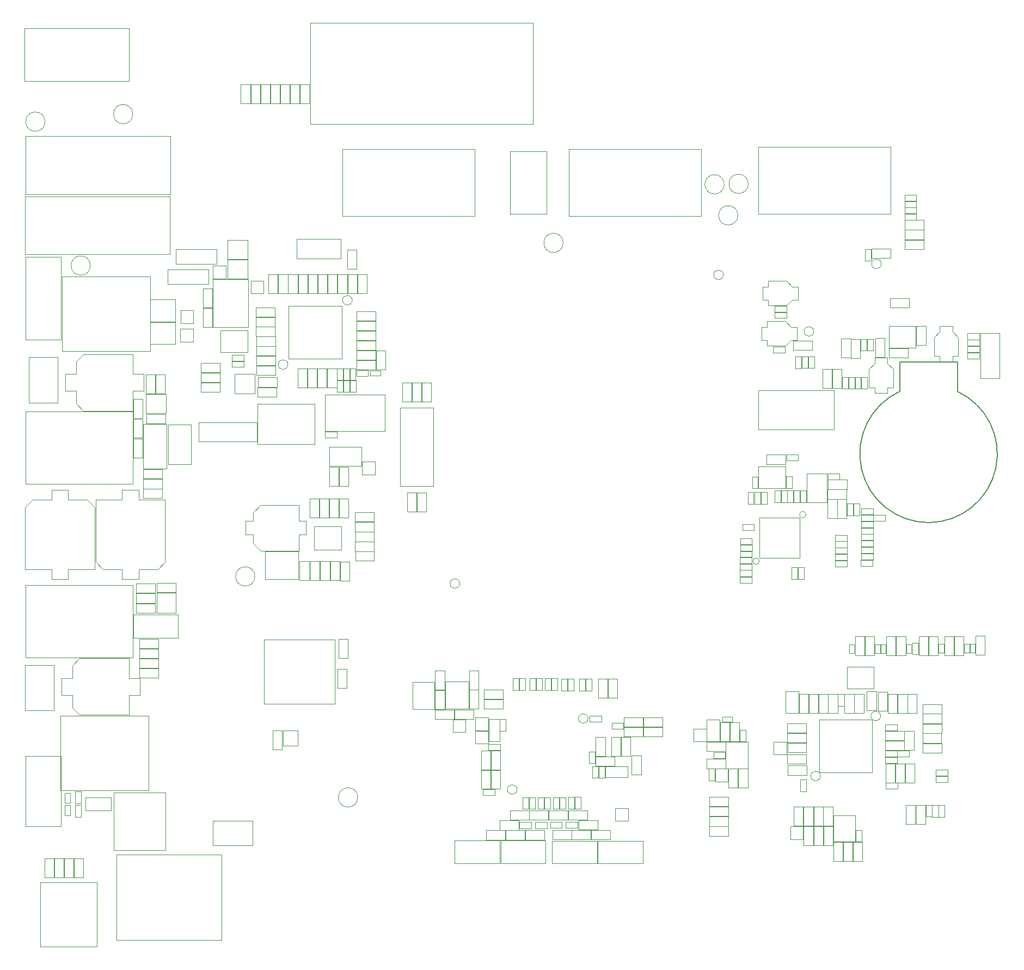
<source format=gbr>
G04 #@! TF.GenerationSoftware,KiCad,Pcbnew,8.0.0-rc1*
G04 #@! TF.CreationDate,2024-05-28T16:40:15+03:00*
G04 #@! TF.ProjectId,MXVR_3566,4d585652-5f33-4353-9636-2e6b69636164,REV1*
G04 #@! TF.SameCoordinates,Original*
G04 #@! TF.FileFunction,Other,User*
%FSLAX46Y46*%
G04 Gerber Fmt 4.6, Leading zero omitted, Abs format (unit mm)*
G04 Created by KiCad (PCBNEW 8.0.0-rc1) date 2024-05-28 16:40:15*
%MOMM*%
%LPD*%
G01*
G04 APERTURE LIST*
%ADD10C,0.050000*%
%ADD11C,0.100000*%
%ADD12C,0.150000*%
G04 APERTURE END LIST*
D10*
X89780000Y-134850000D02*
X92080000Y-134850000D01*
X92080000Y-137250000D02*
X89780000Y-137250000D01*
X92080000Y-134850000D02*
X92080000Y-137250000D01*
X89780000Y-137250000D02*
X89780000Y-134850000D01*
X162080000Y-136665000D02*
X158680000Y-136665000D01*
X158680000Y-136665000D02*
X158680000Y-140765000D01*
X162080000Y-140765000D02*
X162080000Y-136665000D01*
X158680000Y-140765000D02*
X162080000Y-140765000D01*
X88210000Y-137810000D02*
X88210000Y-134850000D01*
X88210000Y-134850000D02*
X89670000Y-134850000D01*
X89670000Y-137810000D02*
X88210000Y-137810000D01*
X89670000Y-134850000D02*
X89670000Y-137810000D01*
X179690000Y-104340000D02*
X181550000Y-104340000D01*
X179690000Y-105280000D02*
X179690000Y-104340000D01*
X181550000Y-104340000D02*
X181550000Y-105280000D01*
X181550000Y-105280000D02*
X179690000Y-105280000D01*
X198230000Y-73060000D02*
X198230000Y-80060000D01*
X198230000Y-80060000D02*
X201230000Y-80060000D01*
X201230000Y-73060000D02*
X198230000Y-73060000D01*
X201230000Y-80060000D02*
X201230000Y-73060000D01*
X101230000Y-75785000D02*
X104190000Y-75785000D01*
X101230000Y-77245000D02*
X101230000Y-75785000D01*
X104190000Y-75785000D02*
X104190000Y-77245000D01*
X104190000Y-77245000D02*
X101230000Y-77245000D01*
X81870000Y-77440000D02*
X83690000Y-77440000D01*
X81870000Y-78360000D02*
X81870000Y-77440000D01*
X83690000Y-77440000D02*
X83690000Y-78360000D01*
X83690000Y-78360000D02*
X81870000Y-78360000D01*
X170260000Y-142490000D02*
X171200000Y-142490000D01*
X170260000Y-144350000D02*
X170260000Y-142490000D01*
X171200000Y-142490000D02*
X171200000Y-144350000D01*
X171200000Y-144350000D02*
X170260000Y-144350000D01*
X170260000Y-97540000D02*
X171200000Y-97540000D01*
X170260000Y-99400000D02*
X170260000Y-97540000D01*
X171200000Y-97540000D02*
X171200000Y-99400000D01*
X171200000Y-99400000D02*
X170260000Y-99400000D01*
X81870000Y-76450000D02*
X83690000Y-76450000D01*
X81870000Y-77370000D02*
X81870000Y-76450000D01*
X83690000Y-76450000D02*
X83690000Y-77370000D01*
X83690000Y-77370000D02*
X81870000Y-77370000D01*
X89080000Y-63945000D02*
X90540000Y-63945000D01*
X89080000Y-66905000D02*
X89080000Y-63945000D01*
X90540000Y-63945000D02*
X90540000Y-66905000D01*
X90540000Y-66905000D02*
X89080000Y-66905000D01*
X180915000Y-78690000D02*
X180915000Y-81520000D01*
X181815000Y-76870000D02*
X181815000Y-77790000D01*
X181815000Y-77790000D02*
X180915000Y-78690000D01*
X181815000Y-81520000D02*
X180915000Y-81520000D01*
X181815000Y-82370000D02*
X181815000Y-81520000D01*
X183815000Y-76870000D02*
X181815000Y-76870000D01*
X183815000Y-77790000D02*
X183815000Y-76870000D01*
X183815000Y-77790000D02*
X184715000Y-78690000D01*
X183815000Y-81520000D02*
X183815000Y-82370000D01*
X183815000Y-82370000D02*
X181815000Y-82370000D01*
X184715000Y-78690000D02*
X184715000Y-81520000D01*
X184715000Y-81520000D02*
X183815000Y-81520000D01*
X99020000Y-44460000D02*
X119610000Y-44460000D01*
X119610000Y-54860000D01*
X99020000Y-54860000D01*
X99020000Y-44460000D01*
X175680000Y-105450000D02*
X177540000Y-105450000D01*
X175680000Y-106390000D02*
X175680000Y-105450000D01*
X177540000Y-105450000D02*
X177540000Y-106390000D01*
X177540000Y-106390000D02*
X175680000Y-106390000D01*
X137520000Y-132590000D02*
X139340000Y-132590000D01*
X137520000Y-133510000D02*
X137520000Y-132590000D01*
X139340000Y-132590000D02*
X139340000Y-133510000D01*
X139340000Y-133510000D02*
X137520000Y-133510000D01*
X159090000Y-140830000D02*
X160550000Y-140830000D01*
X159090000Y-143790000D02*
X159090000Y-140830000D01*
X160550000Y-140830000D02*
X160550000Y-143790000D01*
X160550000Y-143790000D02*
X159090000Y-143790000D01*
X183415000Y-138005000D02*
X185275000Y-138005000D01*
X183415000Y-138945000D02*
X183415000Y-138005000D01*
X185275000Y-138005000D02*
X185275000Y-138945000D01*
X185275000Y-138945000D02*
X183415000Y-138945000D01*
X73850000Y-72390000D02*
X73850000Y-74390000D01*
X73850000Y-72390000D02*
X75850000Y-72390000D01*
X75850000Y-74390000D02*
X73850000Y-74390000D01*
X75850000Y-74390000D02*
X75850000Y-72390000D01*
X90615000Y-63945000D02*
X92075000Y-63945000D01*
X90615000Y-66905000D02*
X90615000Y-63945000D01*
X92075000Y-63945000D02*
X92075000Y-66905000D01*
X92075000Y-66905000D02*
X90615000Y-66905000D01*
X97000000Y-93862500D02*
X98460000Y-93862500D01*
X97000000Y-96822500D02*
X97000000Y-93862500D01*
X98460000Y-93862500D02*
X98460000Y-96822500D01*
X98460000Y-96822500D02*
X97000000Y-96822500D01*
D11*
X125130000Y-44830000D02*
X130830000Y-44830000D01*
X125130000Y-54530000D02*
X125130000Y-44830000D01*
X130830000Y-44830000D02*
X130830000Y-54530000D01*
X130830000Y-54530000D02*
X125130000Y-54530000D01*
D10*
X179690000Y-107360000D02*
X181550000Y-107360000D01*
X179690000Y-108300000D02*
X179690000Y-107360000D01*
X181550000Y-107360000D02*
X181550000Y-108300000D01*
X181550000Y-108300000D02*
X179690000Y-108300000D01*
X70180000Y-111890000D02*
X73140000Y-111890000D01*
X70180000Y-113350000D02*
X70180000Y-111890000D01*
X73140000Y-111890000D02*
X73140000Y-113350000D01*
X73140000Y-113350000D02*
X70180000Y-113350000D01*
X67425000Y-123690000D02*
X70385000Y-123690000D01*
X67425000Y-125150000D02*
X67425000Y-123690000D01*
X70385000Y-123690000D02*
X70385000Y-125150000D01*
X70385000Y-125150000D02*
X67425000Y-125150000D01*
X131642510Y-152030010D02*
X138642510Y-152030010D01*
X131642510Y-155530010D02*
X131642510Y-152030010D01*
X138642510Y-152030010D02*
X138642510Y-155530010D01*
X138642510Y-155530010D02*
X131642510Y-155530010D01*
X142840010Y-132820010D02*
X145800010Y-132820010D01*
X142840010Y-134280010D02*
X142840010Y-132820010D01*
X145800010Y-132820010D02*
X145800010Y-134280010D01*
X145800010Y-134280010D02*
X142840010Y-134280010D01*
X98290000Y-125280000D02*
X99750000Y-125280000D01*
X98290000Y-128240000D02*
X98290000Y-125280000D01*
X99750000Y-125280000D02*
X99750000Y-128240000D01*
X99750000Y-128240000D02*
X98290000Y-128240000D01*
D11*
X66567500Y-116800000D02*
X73492500Y-116800000D01*
X66567500Y-120450000D02*
X66567500Y-116800000D01*
X73492500Y-116800000D02*
X73492500Y-120450000D01*
X73492500Y-120450000D02*
X66567500Y-120450000D01*
D10*
X168910000Y-109490000D02*
X169830000Y-109490000D01*
X168910000Y-111310000D02*
X168910000Y-109490000D01*
X169830000Y-109490000D02*
X169830000Y-111310000D01*
X169830000Y-111310000D02*
X168910000Y-111310000D01*
X173190000Y-133165000D02*
X173190000Y-141405000D01*
X173190000Y-141405000D02*
X181430000Y-141405000D01*
X181430000Y-133165000D02*
X173190000Y-133165000D01*
X181430000Y-141405000D02*
X181430000Y-133165000D01*
X67425000Y-125220000D02*
X70385000Y-125220000D01*
X67425000Y-126680000D02*
X67425000Y-125220000D01*
X70385000Y-125220000D02*
X70385000Y-126680000D01*
X70385000Y-126680000D02*
X67425000Y-126680000D01*
X169120000Y-74220000D02*
X172120000Y-74220000D01*
X169120000Y-75720000D02*
X169120000Y-74220000D01*
X172120000Y-74220000D02*
X172120000Y-75720000D01*
X172120000Y-75720000D02*
X169120000Y-75720000D01*
X121070010Y-128500010D02*
X124030010Y-128500010D01*
X121070010Y-129960010D02*
X121070010Y-128500010D01*
X124030010Y-128500010D02*
X124030010Y-129960010D01*
X124030010Y-129960010D02*
X121070010Y-129960010D01*
X123640010Y-152020010D02*
X130640010Y-152020010D01*
X123640010Y-155520010D02*
X123640010Y-152020010D01*
X130640010Y-152020010D02*
X130640010Y-155520010D01*
X130640010Y-155520010D02*
X123640010Y-155520010D01*
X57440000Y-146440000D02*
X58380000Y-146440000D01*
X57440000Y-148300000D02*
X57440000Y-146440000D01*
X58380000Y-146440000D02*
X58380000Y-148300000D01*
X58380000Y-148300000D02*
X57440000Y-148300000D01*
X160910000Y-105970000D02*
X162770000Y-105970000D01*
X160910000Y-106910000D02*
X160910000Y-105970000D01*
X162770000Y-105970000D02*
X162770000Y-106910000D01*
X162770000Y-106910000D02*
X160910000Y-106910000D01*
X87840000Y-34370000D02*
X89300000Y-34370000D01*
X87840000Y-37330000D02*
X87840000Y-34370000D01*
X89300000Y-34370000D02*
X89300000Y-37330000D01*
X89300000Y-37330000D02*
X87840000Y-37330000D01*
X128050010Y-145290010D02*
X128970010Y-145290010D01*
X128050010Y-147110010D02*
X128050010Y-145290010D01*
X128970010Y-145290010D02*
X128970010Y-147110010D01*
X128970010Y-147110010D02*
X128050010Y-147110010D01*
X90880000Y-34380000D02*
X92340000Y-34380000D01*
X90880000Y-37340000D02*
X90880000Y-34380000D01*
X92340000Y-34380000D02*
X92340000Y-37340000D01*
X92340000Y-37340000D02*
X90880000Y-37340000D01*
X138430000Y-138920000D02*
X141390000Y-138920000D01*
X138430000Y-140380000D02*
X138430000Y-138920000D01*
X141390000Y-138920000D02*
X141390000Y-140380000D01*
X141390000Y-140380000D02*
X138430000Y-140380000D01*
X85630000Y-76640000D02*
X88590000Y-76640000D01*
X85630000Y-78100000D02*
X85630000Y-76640000D01*
X88590000Y-76640000D02*
X88590000Y-78100000D01*
X88590000Y-78100000D02*
X85630000Y-78100000D01*
X191040000Y-73755000D02*
X191040000Y-76585000D01*
X191940000Y-71935000D02*
X191940000Y-72855000D01*
X191940000Y-72855000D02*
X191040000Y-73755000D01*
X191940000Y-76585000D02*
X191040000Y-76585000D01*
X191940000Y-77435000D02*
X191940000Y-76585000D01*
X193940000Y-71935000D02*
X191940000Y-71935000D01*
X193940000Y-72855000D02*
X193940000Y-71935000D01*
X193940000Y-72855000D02*
X194840000Y-73755000D01*
X193940000Y-76585000D02*
X193940000Y-77435000D01*
X193940000Y-77435000D02*
X191940000Y-77435000D01*
X194840000Y-73755000D02*
X194840000Y-76585000D01*
X194840000Y-76585000D02*
X193940000Y-76585000D01*
X156135000Y-146735000D02*
X159095000Y-146735000D01*
X156135000Y-148195000D02*
X156135000Y-146735000D01*
X159095000Y-146735000D02*
X159095000Y-148195000D01*
X159095000Y-148195000D02*
X156135000Y-148195000D01*
X189780000Y-146450000D02*
X190700000Y-146450000D01*
X189780000Y-148270000D02*
X189780000Y-146450000D01*
X190700000Y-146450000D02*
X190700000Y-148270000D01*
X190700000Y-148270000D02*
X189780000Y-148270000D01*
X163760000Y-93800000D02*
X163760000Y-97200000D01*
X163760000Y-97200000D02*
X167960000Y-97200000D01*
X167960000Y-93800000D02*
X163760000Y-93800000D01*
X167960000Y-97200000D02*
X167960000Y-93800000D01*
X131695010Y-150370010D02*
X134655010Y-150370010D01*
X131695010Y-151830010D02*
X131695010Y-150370010D01*
X134655010Y-150370010D02*
X134655010Y-151830010D01*
X134655010Y-151830010D02*
X131695010Y-151830010D01*
X169260000Y-97550000D02*
X170200000Y-97550000D01*
X169260000Y-99410000D02*
X169260000Y-97550000D01*
X170200000Y-97550000D02*
X170200000Y-99410000D01*
X170200000Y-99410000D02*
X169260000Y-99410000D01*
X126580000Y-126730000D02*
X127520000Y-126730000D01*
X126580000Y-128590000D02*
X126580000Y-126730000D01*
X127520000Y-126730000D02*
X127520000Y-128590000D01*
X127520000Y-128590000D02*
X126580000Y-128590000D01*
X49780000Y-138870000D02*
X49780000Y-149770000D01*
X49780000Y-149770000D02*
X55280000Y-149770000D01*
X55280000Y-138870000D02*
X49780000Y-138870000D01*
X55280000Y-149770000D02*
X55280000Y-138870000D01*
X188320000Y-71975000D02*
X189780000Y-71975000D01*
X188320000Y-74935000D02*
X188320000Y-71975000D01*
X189780000Y-71975000D02*
X189780000Y-74935000D01*
X189780000Y-74935000D02*
X188320000Y-74935000D01*
X101230000Y-69685000D02*
X104190000Y-69685000D01*
X101230000Y-71145000D02*
X101230000Y-69685000D01*
X104190000Y-69685000D02*
X104190000Y-71145000D01*
X104190000Y-71145000D02*
X101230000Y-71145000D01*
X196260000Y-76140000D02*
X198120000Y-76140000D01*
X196260000Y-77080000D02*
X196260000Y-76140000D01*
X198120000Y-76140000D02*
X198120000Y-77080000D01*
X198120000Y-77080000D02*
X196260000Y-77080000D01*
X135780010Y-148850010D02*
X138740010Y-148850010D01*
X135780010Y-150310010D02*
X135780010Y-148850010D01*
X138740010Y-148850010D02*
X138740010Y-150310010D01*
X138740010Y-150310010D02*
X135780010Y-150310010D01*
X111400000Y-80755000D02*
X112860000Y-80755000D01*
X111400000Y-83715000D02*
X111400000Y-80755000D01*
X112860000Y-80755000D02*
X112860000Y-83715000D01*
X112860000Y-83715000D02*
X111400000Y-83715000D01*
X133747510Y-149120010D02*
X135607510Y-149120010D01*
X133747510Y-150060010D02*
X133747510Y-149120010D01*
X135607510Y-149120010D02*
X135607510Y-150060010D01*
X135607510Y-150060010D02*
X133747510Y-150060010D01*
X68025000Y-94255000D02*
X70985000Y-94255000D01*
X68025000Y-95715000D02*
X68025000Y-94255000D01*
X70985000Y-94255000D02*
X70985000Y-95715000D01*
X70985000Y-95715000D02*
X68025000Y-95715000D01*
X115065010Y-127258010D02*
X118665010Y-127258010D01*
X115065010Y-131508010D02*
X115065010Y-127258010D01*
X118665010Y-127258010D02*
X118665010Y-131508010D01*
X118665010Y-131508010D02*
X115065010Y-131508010D01*
X129170000Y-126750000D02*
X130110000Y-126750000D01*
X129170000Y-128610000D02*
X129170000Y-126750000D01*
X130110000Y-126750000D02*
X130110000Y-128610000D01*
X130110000Y-128610000D02*
X129170000Y-128610000D01*
X162080000Y-97800000D02*
X163000000Y-97800000D01*
X162080000Y-99620000D02*
X162080000Y-97800000D01*
X163000000Y-97800000D02*
X163000000Y-99620000D01*
X163000000Y-99620000D02*
X162080000Y-99620000D01*
X170790000Y-146747500D02*
X172250000Y-146747500D01*
X170790000Y-149707500D02*
X170790000Y-146747500D01*
X172250000Y-146747500D02*
X172250000Y-149707500D01*
X172250000Y-149707500D02*
X170790000Y-149707500D01*
X160900000Y-106980000D02*
X162720000Y-106980000D01*
X160900000Y-107900000D02*
X160900000Y-106980000D01*
X162720000Y-106980000D02*
X162720000Y-107900000D01*
X162720000Y-107900000D02*
X160900000Y-107900000D01*
X66440000Y-39000000D02*
G75*
G02*
X63440000Y-39000000I-1500000J0D01*
G01*
X63440000Y-39000000D02*
G75*
G02*
X66440000Y-39000000I1500000J0D01*
G01*
X135180010Y-145240010D02*
X136100010Y-145240010D01*
X135180010Y-147060010D02*
X135180010Y-145240010D01*
X136100010Y-145240010D02*
X136100010Y-147060010D01*
X136100010Y-147060010D02*
X135180010Y-147060010D01*
X178657500Y-129225000D02*
X180117500Y-129225000D01*
X178657500Y-132185000D02*
X178657500Y-129225000D01*
X180117500Y-129225000D02*
X180117500Y-132185000D01*
X180117500Y-132185000D02*
X178657500Y-132185000D01*
X81200000Y-61640000D02*
X84350000Y-61640000D01*
X81200000Y-64640000D02*
X81200000Y-61640000D01*
X81200000Y-64640000D02*
X84350000Y-64640000D01*
X84350000Y-64640000D02*
X84350000Y-61640000D01*
X182840000Y-62300000D02*
G75*
G02*
X181340000Y-62300000I-750000J0D01*
G01*
X181340000Y-62300000D02*
G75*
G02*
X182840000Y-62300000I750000J0D01*
G01*
X175690000Y-107465000D02*
X177550000Y-107465000D01*
X175690000Y-108405000D02*
X175690000Y-107465000D01*
X177550000Y-107465000D02*
X177550000Y-108405000D01*
X177550000Y-108405000D02*
X175690000Y-108405000D01*
X121075010Y-130030010D02*
X124035010Y-130030010D01*
X121075010Y-131490010D02*
X121075010Y-130030010D01*
X124035010Y-130030010D02*
X124035010Y-131490010D01*
X124035010Y-131490010D02*
X121075010Y-131490010D01*
X138930000Y-140450000D02*
X139850000Y-140450000D01*
X138930000Y-142270000D02*
X138930000Y-140450000D01*
X139850000Y-140450000D02*
X139850000Y-142270000D01*
X139850000Y-142270000D02*
X138930000Y-142270000D01*
X134705010Y-150370010D02*
X137665010Y-150370010D01*
X134705010Y-151830010D02*
X134705010Y-150370010D01*
X137665010Y-150370010D02*
X137665010Y-151830010D01*
X137665010Y-151830010D02*
X134705010Y-151830010D01*
X113460010Y-125525010D02*
X114920010Y-125525010D01*
X113460010Y-128485010D02*
X113460010Y-125525010D01*
X114920010Y-125525010D02*
X114920010Y-128485010D01*
X114920010Y-128485010D02*
X113460010Y-128485010D01*
X70130000Y-113420000D02*
X70130000Y-116570000D01*
X70130000Y-113420000D02*
X73130000Y-113420000D01*
X70130000Y-116570000D02*
X73130000Y-116570000D01*
X73130000Y-113420000D02*
X73130000Y-116570000D01*
X185183489Y-120260000D02*
X186643489Y-120260000D01*
X185183489Y-123220000D02*
X185183489Y-120260000D01*
X186643489Y-120260000D02*
X186643489Y-123220000D01*
X186643489Y-123220000D02*
X185183489Y-123220000D01*
X180308489Y-120270000D02*
X181768489Y-120270000D01*
X180308489Y-123230000D02*
X180308489Y-120270000D01*
X181768489Y-120270000D02*
X181768489Y-123230000D01*
X181768489Y-123230000D02*
X180308489Y-123230000D01*
X101230000Y-71180000D02*
X104190000Y-71180000D01*
X101230000Y-72640000D02*
X101230000Y-71180000D01*
X104190000Y-71180000D02*
X104190000Y-72640000D01*
X104190000Y-72640000D02*
X101230000Y-72640000D01*
X179690000Y-102340000D02*
X181550000Y-102340000D01*
X179690000Y-103280000D02*
X179690000Y-102340000D01*
X181550000Y-102340000D02*
X181550000Y-103280000D01*
X181550000Y-103280000D02*
X179690000Y-103280000D01*
X101017500Y-102478750D02*
X103977500Y-102478750D01*
X101017500Y-103938750D02*
X101017500Y-102478750D01*
X103977500Y-102478750D02*
X103977500Y-103938750D01*
X103977500Y-103938750D02*
X101017500Y-103938750D01*
X173840000Y-146752500D02*
X175300000Y-146752500D01*
X173840000Y-149712500D02*
X173840000Y-146752500D01*
X175300000Y-146752500D02*
X175300000Y-149712500D01*
X175300000Y-149712500D02*
X173840000Y-149712500D01*
X178560000Y-99600000D02*
X179480000Y-99600000D01*
X178560000Y-101420000D02*
X178560000Y-99600000D01*
X179480000Y-99600000D02*
X179480000Y-101420000D01*
X179480000Y-101420000D02*
X178560000Y-101420000D01*
X170790000Y-149772500D02*
X172250000Y-149772500D01*
X170790000Y-152732500D02*
X170790000Y-149772500D01*
X172250000Y-149772500D02*
X172250000Y-152732500D01*
X172250000Y-152732500D02*
X170790000Y-152732500D01*
X179690000Y-100330000D02*
X181550000Y-100330000D01*
X179690000Y-101270000D02*
X179690000Y-100330000D01*
X181550000Y-100330000D02*
X181550000Y-101270000D01*
X181550000Y-101270000D02*
X179690000Y-101270000D01*
X66945000Y-115120000D02*
X69905000Y-115120000D01*
X66945000Y-116580000D02*
X66945000Y-115120000D01*
X69905000Y-115120000D02*
X69905000Y-116580000D01*
X69905000Y-116580000D02*
X66945000Y-116580000D01*
X166280000Y-69820000D02*
X168100000Y-69820000D01*
X166280000Y-70740000D02*
X166280000Y-69820000D01*
X168100000Y-69820000D02*
X168100000Y-70740000D01*
X168100000Y-70740000D02*
X166280000Y-70740000D01*
X101230000Y-74235000D02*
X104190000Y-74235000D01*
X101230000Y-75695000D02*
X101230000Y-74235000D01*
X104190000Y-74235000D02*
X104190000Y-75695000D01*
X104190000Y-75695000D02*
X101230000Y-75695000D01*
X109090000Y-97880000D02*
X110550000Y-97880000D01*
X109090000Y-100840000D02*
X109090000Y-97880000D01*
X110550000Y-97880000D02*
X110550000Y-100840000D01*
X110550000Y-100840000D02*
X109090000Y-100840000D01*
X176125000Y-129220000D02*
X177065000Y-129220000D01*
X176125000Y-131080000D02*
X176125000Y-129220000D01*
X177065000Y-129220000D02*
X177065000Y-131080000D01*
X177065000Y-131080000D02*
X176125000Y-131080000D01*
X173085000Y-129215000D02*
X174545000Y-129215000D01*
X173085000Y-132175000D02*
X173085000Y-129215000D01*
X174545000Y-129215000D02*
X174545000Y-132175000D01*
X174545000Y-132175000D02*
X173085000Y-132175000D01*
X95160000Y-78555000D02*
X96620000Y-78555000D01*
X95160000Y-81515000D02*
X95160000Y-78555000D01*
X96620000Y-78555000D02*
X96620000Y-81515000D01*
X96620000Y-81515000D02*
X95160000Y-81515000D01*
X159310000Y-133625000D02*
X160770000Y-133625000D01*
X159310000Y-136585000D02*
X159310000Y-133625000D01*
X160770000Y-133625000D02*
X160770000Y-136585000D01*
X160770000Y-136585000D02*
X159310000Y-136585000D01*
X179680000Y-108370000D02*
X181540000Y-108370000D01*
X179680000Y-109310000D02*
X179680000Y-108370000D01*
X181540000Y-108370000D02*
X181540000Y-109310000D01*
X181540000Y-109310000D02*
X179680000Y-109310000D01*
X189305000Y-136890000D02*
X192265000Y-136890000D01*
X189305000Y-138350000D02*
X189305000Y-136890000D01*
X192265000Y-136890000D02*
X192265000Y-138350000D01*
X192265000Y-138350000D02*
X189305000Y-138350000D01*
X95245000Y-63920000D02*
X96705000Y-63920000D01*
X95245000Y-66880000D02*
X95245000Y-63920000D01*
X96705000Y-63920000D02*
X96705000Y-66880000D01*
X96705000Y-66880000D02*
X95245000Y-66880000D01*
X163885000Y-101805000D02*
X170135000Y-101805000D01*
X163885000Y-108055000D02*
X163885000Y-101805000D01*
X170135000Y-101805000D02*
X170135000Y-108055000D01*
X170135000Y-108055000D02*
X163885000Y-108055000D01*
X156130000Y-148275000D02*
X159090000Y-148275000D01*
X156130000Y-149735000D02*
X156130000Y-148275000D01*
X159090000Y-148275000D02*
X159090000Y-149735000D01*
X159090000Y-149735000D02*
X156130000Y-149735000D01*
X141460000Y-146950000D02*
X141460000Y-148950000D01*
X141460000Y-146950000D02*
X143460000Y-146950000D01*
X143460000Y-148950000D02*
X141460000Y-148950000D01*
X143460000Y-148950000D02*
X143460000Y-146950000D01*
X186460000Y-51550000D02*
X188280000Y-51550000D01*
X186460000Y-52470000D02*
X186460000Y-51550000D01*
X188280000Y-51550000D02*
X188280000Y-52470000D01*
X188280000Y-52470000D02*
X186460000Y-52470000D01*
X128705000Y-40570000D02*
X94055000Y-40570000D01*
X94055000Y-24820000D01*
X128705000Y-24820000D01*
X128705000Y-40570000D01*
X99845000Y-63935000D02*
X101305000Y-63935000D01*
X99845000Y-66895000D02*
X99845000Y-63935000D01*
X101305000Y-63935000D02*
X101305000Y-66895000D01*
X101305000Y-66895000D02*
X99845000Y-66895000D01*
X118775010Y-125545010D02*
X120235010Y-125545010D01*
X118775010Y-128505010D02*
X118775010Y-125545010D01*
X120235010Y-125545010D02*
X120235010Y-128505010D01*
X120235010Y-128505010D02*
X118775010Y-128505010D01*
X180660000Y-73970000D02*
X181580000Y-73970000D01*
X180660000Y-75790000D02*
X180660000Y-73970000D01*
X181580000Y-73970000D02*
X181580000Y-75790000D01*
X181580000Y-75790000D02*
X180660000Y-75790000D01*
X158410000Y-49920000D02*
G75*
G02*
X155410000Y-49920000I-1500000J0D01*
G01*
X155410000Y-49920000D02*
G75*
G02*
X158410000Y-49920000I1500000J0D01*
G01*
X166280000Y-68840000D02*
X168100000Y-68840000D01*
X166280000Y-69760000D02*
X166280000Y-68840000D01*
X168100000Y-68840000D02*
X168100000Y-69760000D01*
X168100000Y-69760000D02*
X166280000Y-69760000D01*
X77030000Y-79260000D02*
X79990000Y-79260000D01*
X77030000Y-80720000D02*
X77030000Y-79260000D01*
X79990000Y-79260000D02*
X79990000Y-80720000D01*
X79990000Y-80720000D02*
X77030000Y-80720000D01*
X69170000Y-71340000D02*
X69170000Y-74740000D01*
X69170000Y-74740000D02*
X73010000Y-74740000D01*
X73010000Y-71340000D02*
X69170000Y-71340000D01*
X73010000Y-74740000D02*
X73010000Y-71340000D01*
X84790000Y-34390000D02*
X86250000Y-34390000D01*
X84790000Y-37350000D02*
X84790000Y-34390000D01*
X86250000Y-34390000D02*
X86250000Y-37350000D01*
X86250000Y-37350000D02*
X84790000Y-37350000D01*
X120610010Y-141015010D02*
X122070010Y-141015010D01*
X120610010Y-143975010D02*
X120610010Y-141015010D01*
X122070010Y-141015010D02*
X122070010Y-143975010D01*
X122070010Y-143975010D02*
X120610010Y-143975010D01*
X123550010Y-133100010D02*
X124470010Y-133100010D01*
X123550010Y-134920010D02*
X123550010Y-133100010D01*
X124470010Y-133100010D02*
X124470010Y-134920010D01*
X124470010Y-134920010D02*
X123550010Y-134920010D01*
X69990000Y-79490000D02*
X71450000Y-79490000D01*
X69990000Y-82450000D02*
X69990000Y-79490000D01*
X71450000Y-79490000D02*
X71450000Y-82450000D01*
X71450000Y-82450000D02*
X69990000Y-82450000D01*
X160870000Y-108960000D02*
X162690000Y-108960000D01*
X160870000Y-109880000D02*
X160870000Y-108960000D01*
X162690000Y-108960000D02*
X162690000Y-109880000D01*
X162690000Y-109880000D02*
X160870000Y-109880000D01*
X179680000Y-73970000D02*
X180600000Y-73970000D01*
X179680000Y-75790000D02*
X179680000Y-73970000D01*
X180600000Y-73970000D02*
X180600000Y-75790000D01*
X180600000Y-75790000D02*
X179680000Y-75790000D01*
X104967500Y-79700000D02*
X103367500Y-79700000D01*
X103367500Y-78900000D01*
X104967500Y-78900000D01*
X104967500Y-79700000D01*
X177780000Y-79920000D02*
X178700000Y-79920000D01*
X177780000Y-81740000D02*
X177780000Y-79920000D01*
X178700000Y-79920000D02*
X178700000Y-81740000D01*
X178700000Y-81740000D02*
X177780000Y-81740000D01*
X66510000Y-89490000D02*
X67970000Y-89490000D01*
X66510000Y-92450000D02*
X66510000Y-89490000D01*
X67970000Y-89490000D02*
X67970000Y-92450000D01*
X67970000Y-92450000D02*
X66510000Y-92450000D01*
X98235000Y-80430000D02*
X99155000Y-80430000D01*
X98235000Y-82250000D02*
X98235000Y-80430000D01*
X99155000Y-80430000D02*
X99155000Y-82250000D01*
X99155000Y-82250000D02*
X98235000Y-82250000D01*
D11*
X167952500Y-128750000D02*
X169952500Y-128750000D01*
X167952500Y-132150000D02*
X167952500Y-128750000D01*
X169952500Y-128750000D02*
X169952500Y-132150000D01*
X169952500Y-132150000D02*
X167952500Y-132150000D01*
D10*
X125550000Y-126730000D02*
X126490000Y-126730000D01*
X125550000Y-128590000D02*
X125550000Y-126730000D01*
X126490000Y-126730000D02*
X126490000Y-128590000D01*
X126490000Y-128590000D02*
X125550000Y-128590000D01*
X66500000Y-86405000D02*
X67960000Y-86405000D01*
X66500000Y-89365000D02*
X66500000Y-86405000D01*
X67960000Y-86405000D02*
X67960000Y-89365000D01*
X67960000Y-89365000D02*
X66500000Y-89365000D01*
X122130010Y-141015010D02*
X123590010Y-141015010D01*
X122130010Y-143975010D02*
X122130010Y-141015010D01*
X123590010Y-141015010D02*
X123590010Y-143975010D01*
X123590010Y-143975010D02*
X122130010Y-143975010D01*
X101030000Y-104008750D02*
X103990000Y-104008750D01*
X101030000Y-105468750D02*
X101030000Y-104008750D01*
X103990000Y-104008750D02*
X103990000Y-105468750D01*
X103990000Y-105468750D02*
X101030000Y-105468750D01*
X177137500Y-129230000D02*
X178597500Y-129230000D01*
X177137500Y-132190000D02*
X177137500Y-129230000D01*
X178597500Y-129230000D02*
X178597500Y-132190000D01*
X178597500Y-132190000D02*
X177137500Y-132190000D01*
X119690010Y-132850010D02*
X119690010Y-134850010D01*
X119690010Y-132850010D02*
X121690010Y-132850010D01*
X121690010Y-134850010D02*
X119690010Y-134850010D01*
X121690010Y-134850010D02*
X121690010Y-132850010D01*
X175410000Y-152260000D02*
X176870000Y-152260000D01*
X175410000Y-155220000D02*
X175410000Y-152260000D01*
X176870000Y-152260000D02*
X176870000Y-155220000D01*
X176870000Y-155220000D02*
X175410000Y-155220000D01*
X56680000Y-144572500D02*
X55880000Y-144572500D01*
X55880000Y-146172500D01*
X56680000Y-146172500D01*
X56680000Y-144572500D01*
X109860000Y-80755000D02*
X111320000Y-80755000D01*
X109860000Y-83715000D02*
X109860000Y-80755000D01*
X111320000Y-80755000D02*
X111320000Y-83715000D01*
X111320000Y-83715000D02*
X109860000Y-83715000D01*
X186733489Y-121470989D02*
X187533489Y-121469011D01*
X186733489Y-122870000D02*
X186733489Y-121470000D01*
X187533489Y-121469011D02*
X187533489Y-122870000D01*
X187533489Y-122870000D02*
X186733489Y-122871978D01*
X169510000Y-76720000D02*
X170430000Y-76720000D01*
X169510000Y-78540000D02*
X169510000Y-76720000D01*
X170430000Y-76720000D02*
X170430000Y-78540000D01*
X170430000Y-78540000D02*
X169510000Y-78540000D01*
X153640000Y-134590000D02*
X153640000Y-136590000D01*
X153640000Y-134590000D02*
X155640000Y-134590000D01*
X155640000Y-136590000D02*
X153640000Y-136590000D01*
X155640000Y-136590000D02*
X155640000Y-134590000D01*
X85870000Y-81510000D02*
X88830000Y-81510000D01*
X85870000Y-82970000D02*
X85870000Y-81510000D01*
X88830000Y-81510000D02*
X88830000Y-82970000D01*
X88830000Y-82970000D02*
X85870000Y-82970000D01*
X90700000Y-68840000D02*
X90700000Y-77080000D01*
X90700000Y-77080000D02*
X98940000Y-77080000D01*
X98940000Y-68840000D02*
X90700000Y-68840000D01*
X98940000Y-77080000D02*
X98940000Y-68840000D01*
X77330000Y-69140000D02*
X78790000Y-69140000D01*
X77330000Y-72100000D02*
X77330000Y-69140000D01*
X78790000Y-69140000D02*
X78790000Y-72100000D01*
X78790000Y-72100000D02*
X77330000Y-72100000D01*
X156770000Y-138270000D02*
X158590000Y-138270000D01*
X156770000Y-139190000D02*
X156770000Y-138270000D01*
X158590000Y-138270000D02*
X158590000Y-139190000D01*
X158590000Y-139190000D02*
X156770000Y-139190000D01*
X181873489Y-121474478D02*
X182673489Y-121472500D01*
X181873489Y-122873489D02*
X181873489Y-121473489D01*
X182673489Y-121472500D02*
X182673489Y-122873489D01*
X182673489Y-122873489D02*
X181873489Y-122875467D01*
X160540000Y-54750000D02*
G75*
G02*
X157540000Y-54750000I-1500000J0D01*
G01*
X157540000Y-54750000D02*
G75*
G02*
X160540000Y-54750000I1500000J0D01*
G01*
X155650000Y-136660000D02*
X158610000Y-136660000D01*
X155650000Y-138120000D02*
X155650000Y-136660000D01*
X158610000Y-136660000D02*
X158610000Y-138120000D01*
X158610000Y-138120000D02*
X155650000Y-138120000D01*
X156020000Y-140840000D02*
X156940000Y-140840000D01*
X156020000Y-142660000D02*
X156020000Y-140840000D01*
X156940000Y-140840000D02*
X156940000Y-142660000D01*
X156940000Y-142660000D02*
X156020000Y-142660000D01*
X78214290Y-65410000D02*
X71874290Y-65410000D01*
X71874290Y-63140000D01*
X78214290Y-63140000D01*
X78214290Y-65410000D01*
X196250000Y-73110000D02*
X198110000Y-73110000D01*
X196250000Y-74050000D02*
X196250000Y-73110000D01*
X198110000Y-73110000D02*
X198110000Y-74050000D01*
X198110000Y-74050000D02*
X196250000Y-74050000D01*
X85630000Y-78170000D02*
X88590000Y-78170000D01*
X85630000Y-79630000D02*
X85630000Y-78170000D01*
X88590000Y-78170000D02*
X88590000Y-79630000D01*
X88590000Y-79630000D02*
X85630000Y-79630000D01*
D11*
X78870000Y-148905000D02*
X85065000Y-148905000D01*
X78870000Y-152755000D02*
X78870000Y-148905000D01*
X85065000Y-148905000D02*
X85065000Y-152755000D01*
X85065000Y-152755000D02*
X78870000Y-152755000D01*
D10*
X180600000Y-128820000D02*
X182060000Y-128820000D01*
X180600000Y-131780000D02*
X180600000Y-128820000D01*
X182060000Y-128820000D02*
X182060000Y-131780000D01*
X182060000Y-131780000D02*
X180600000Y-131780000D01*
X181940000Y-73800000D02*
X183400000Y-73800000D01*
X181940000Y-76760000D02*
X181940000Y-73800000D01*
X183400000Y-73800000D02*
X183400000Y-76760000D01*
X183400000Y-76760000D02*
X181940000Y-76760000D01*
X101210000Y-77305000D02*
X104170000Y-77305000D01*
X101210000Y-78765000D02*
X101210000Y-77305000D01*
X104170000Y-77305000D02*
X104170000Y-78765000D01*
X104170000Y-78765000D02*
X101210000Y-78765000D01*
X189260000Y-130780000D02*
X192220000Y-130780000D01*
X189260000Y-132240000D02*
X189260000Y-130780000D01*
X192220000Y-130780000D02*
X192220000Y-132240000D01*
X192220000Y-132240000D02*
X189260000Y-132240000D01*
X89360000Y-34380000D02*
X90820000Y-34380000D01*
X89360000Y-37340000D02*
X89360000Y-34380000D01*
X90820000Y-34380000D02*
X90820000Y-37340000D01*
X90820000Y-37340000D02*
X89360000Y-37340000D01*
X194200000Y-120195000D02*
X195660000Y-120195000D01*
X194200000Y-123155000D02*
X194200000Y-120195000D01*
X195660000Y-120195000D02*
X195660000Y-123155000D01*
X195660000Y-123155000D02*
X194200000Y-123155000D01*
X164140000Y-97820000D02*
X165060000Y-97820000D01*
X164140000Y-99640000D02*
X164140000Y-97820000D01*
X165060000Y-97820000D02*
X165060000Y-99640000D01*
X165060000Y-99640000D02*
X164140000Y-99640000D01*
X126200000Y-144050000D02*
G75*
G02*
X124700000Y-144050000I-750000J0D01*
G01*
X124700000Y-144050000D02*
G75*
G02*
X126200000Y-144050000I750000J0D01*
G01*
D11*
X49750000Y-42460000D02*
X49750000Y-51460000D01*
X49750000Y-51460000D02*
X72250000Y-51460000D01*
X72250000Y-42460000D02*
X49750000Y-42460000D01*
X72250000Y-51460000D02*
X72250000Y-42460000D01*
D10*
X85630000Y-73610000D02*
X88590000Y-73610000D01*
X85630000Y-75070000D02*
X85630000Y-73610000D01*
X88590000Y-73610000D02*
X88590000Y-75070000D01*
X88590000Y-75070000D02*
X85630000Y-75070000D01*
X130430010Y-145270010D02*
X131350010Y-145270010D01*
X130430010Y-147090010D02*
X130430010Y-145270010D01*
X131350010Y-145270010D02*
X131350010Y-147090010D01*
X131350010Y-147090010D02*
X130430010Y-147090010D01*
X71935000Y-87320000D02*
X71935000Y-93470000D01*
X71935000Y-93470000D02*
X75535000Y-93470000D01*
X75535000Y-87320000D02*
X71935000Y-87320000D01*
X75535000Y-93470000D02*
X75535000Y-87320000D01*
X57290000Y-154782500D02*
X58750000Y-154782500D01*
X57290000Y-157742500D02*
X57290000Y-154782500D01*
X58750000Y-154782500D02*
X58750000Y-157742500D01*
X58750000Y-157742500D02*
X57290000Y-157742500D01*
X157770000Y-133635000D02*
X159230000Y-133635000D01*
X157770000Y-136595000D02*
X157770000Y-133635000D01*
X159230000Y-133635000D02*
X159230000Y-136595000D01*
X159230000Y-136595000D02*
X157770000Y-136595000D01*
X76720000Y-86930000D02*
X85720000Y-86930000D01*
X76720000Y-89930000D02*
X76720000Y-86930000D01*
X85720000Y-86930000D02*
X85720000Y-89930000D01*
X85720000Y-89930000D02*
X76720000Y-89930000D01*
X160860000Y-107960000D02*
X162720000Y-107960000D01*
X160860000Y-108900000D02*
X160860000Y-107960000D01*
X162720000Y-107960000D02*
X162720000Y-108900000D01*
X162720000Y-108900000D02*
X160860000Y-108900000D01*
X110620000Y-97880000D02*
X112080000Y-97880000D01*
X110620000Y-100840000D02*
X110620000Y-97880000D01*
X112080000Y-97880000D02*
X112080000Y-100840000D01*
X112080000Y-100840000D02*
X110620000Y-100840000D01*
X57450000Y-144360000D02*
X58390000Y-144360000D01*
X57450000Y-146220000D02*
X57450000Y-144360000D01*
X58390000Y-144360000D02*
X58390000Y-146220000D01*
X58390000Y-146220000D02*
X57450000Y-146220000D01*
X182370000Y-128870000D02*
X183830000Y-128870000D01*
X182370000Y-131830000D02*
X182370000Y-128870000D01*
X183830000Y-128870000D02*
X183830000Y-131830000D01*
X183830000Y-131830000D02*
X182370000Y-131830000D01*
X109960010Y-127355010D02*
X109960010Y-131555010D01*
X109960010Y-131555010D02*
X113360010Y-131555010D01*
X113360010Y-127355010D02*
X109960010Y-127355010D01*
X113360010Y-131555010D02*
X113360010Y-127355010D01*
X128985010Y-149140010D02*
X130845010Y-149140010D01*
X128985010Y-150080010D02*
X128985010Y-149140010D01*
X130845010Y-149140010D02*
X130845010Y-150080010D01*
X130845010Y-150080010D02*
X128985010Y-150080010D01*
X122130010Y-137985010D02*
X123590010Y-137985010D01*
X122130010Y-140945010D02*
X122130010Y-137985010D01*
X123590010Y-137985010D02*
X123590010Y-140945010D01*
X123590010Y-140945010D02*
X122130010Y-140945010D01*
X173702500Y-78670000D02*
X175162500Y-78670000D01*
X173702500Y-81630000D02*
X173702500Y-78670000D01*
X175162500Y-78670000D02*
X175162500Y-81630000D01*
X175162500Y-81630000D02*
X173702500Y-81630000D01*
X92090000Y-78545000D02*
X93550000Y-78545000D01*
X92090000Y-81505000D02*
X92090000Y-78545000D01*
X93550000Y-78545000D02*
X93550000Y-81505000D01*
X93550000Y-81505000D02*
X92090000Y-81505000D01*
X97150000Y-108568750D02*
X98610000Y-108568750D01*
X97150000Y-111528750D02*
X97150000Y-108568750D01*
X98610000Y-108568750D02*
X98610000Y-111528750D01*
X98610000Y-111528750D02*
X97150000Y-111528750D01*
X179690000Y-105350000D02*
X181550000Y-105350000D01*
X179690000Y-106290000D02*
X179690000Y-105350000D01*
X181550000Y-105350000D02*
X181550000Y-106290000D01*
X181550000Y-106290000D02*
X179690000Y-106290000D01*
X160620000Y-140830000D02*
X162080000Y-140830000D01*
X160620000Y-143790000D02*
X160620000Y-140830000D01*
X162080000Y-140830000D02*
X162080000Y-143790000D01*
X162080000Y-143790000D02*
X160620000Y-143790000D01*
X145880010Y-132810010D02*
X148840010Y-132810010D01*
X145880010Y-134270010D02*
X145880010Y-132810010D01*
X148840010Y-132810010D02*
X148840010Y-134270010D01*
X148840010Y-134270010D02*
X145880010Y-134270010D01*
X162760000Y-95390000D02*
X163680000Y-95390000D01*
X162760000Y-97210000D02*
X162760000Y-95390000D01*
X163680000Y-95390000D02*
X163680000Y-97210000D01*
X163680000Y-97210000D02*
X162760000Y-97210000D01*
X126585010Y-149140010D02*
X128445010Y-149140010D01*
X126585010Y-150080010D02*
X126585010Y-149140010D01*
X128445010Y-149140010D02*
X128445010Y-150080010D01*
X128445010Y-150080010D02*
X126585010Y-150080010D01*
X60660000Y-99000000D02*
X64760000Y-99000000D01*
X60660000Y-108650000D02*
X60660000Y-99000000D01*
X61810000Y-109800000D02*
X60660000Y-108650000D01*
X61810000Y-109800000D02*
X64760000Y-109800000D01*
X64760000Y-97450000D02*
X67360000Y-97450000D01*
X64760000Y-99000000D02*
X64760000Y-97450000D01*
X64760000Y-109800000D02*
X64760000Y-111350000D01*
X64760000Y-111350000D02*
X67360000Y-111350000D01*
X67360000Y-97450000D02*
X67360000Y-99000000D01*
X67360000Y-99000000D02*
X71460000Y-99000000D01*
X67360000Y-109800000D02*
X70310000Y-109800000D01*
X67360000Y-111350000D02*
X67360000Y-109800000D01*
X70310000Y-109800000D02*
X71460000Y-108650000D01*
X71460000Y-108650000D02*
X71460000Y-99000000D01*
X140830010Y-135880010D02*
X142290010Y-135880010D01*
X140830010Y-138840010D02*
X140830010Y-135880010D01*
X142290010Y-135880010D02*
X142290010Y-138840010D01*
X142290010Y-138840010D02*
X140830010Y-138840010D01*
X172330000Y-149767500D02*
X173790000Y-149767500D01*
X172330000Y-152727500D02*
X172330000Y-149767500D01*
X173790000Y-149767500D02*
X173790000Y-152727500D01*
X173790000Y-152727500D02*
X172330000Y-152727500D01*
X180310000Y-60010000D02*
X181230000Y-60010000D01*
X180310000Y-61830000D02*
X180310000Y-60010000D01*
X181230000Y-60010000D02*
X181230000Y-61830000D01*
X181230000Y-61830000D02*
X180310000Y-61830000D01*
X98515000Y-98800000D02*
X99975000Y-98800000D01*
X98515000Y-101760000D02*
X98515000Y-98800000D01*
X99975000Y-98800000D02*
X99975000Y-101760000D01*
X99975000Y-101760000D02*
X98515000Y-101760000D01*
X108320000Y-80755000D02*
X109780000Y-80755000D01*
X108320000Y-83715000D02*
X108320000Y-80755000D01*
X109780000Y-80755000D02*
X109780000Y-83715000D01*
X109780000Y-83715000D02*
X108320000Y-83715000D01*
X52060000Y-158510000D02*
X52060000Y-168510000D01*
X52060000Y-158510000D02*
X60860000Y-158510000D01*
X60860000Y-168510000D02*
X52060000Y-168510000D01*
X60860000Y-168510000D02*
X60860000Y-158510000D01*
X86830000Y-120730000D02*
X97830000Y-120730000D01*
X86830000Y-130730000D02*
X86830000Y-120730000D01*
X97830000Y-120730000D02*
X97830000Y-130730000D01*
X97830000Y-130730000D02*
X86830000Y-130730000D01*
X55920000Y-79445000D02*
X55920000Y-82045000D01*
X55920000Y-82045000D02*
X57620000Y-82045000D01*
X57620000Y-77495000D02*
X57620000Y-79445000D01*
X57620000Y-77495000D02*
X58770000Y-76345000D01*
X57620000Y-79445000D02*
X55920000Y-79445000D01*
X57620000Y-82045000D02*
X57620000Y-83995000D01*
X57620000Y-83995000D02*
X58770000Y-85145000D01*
X58770000Y-76345000D02*
X66420000Y-76345000D01*
X58770000Y-85145000D02*
X66420000Y-85145000D01*
X66420000Y-76345000D02*
X66420000Y-79445000D01*
X66420000Y-79445000D02*
X68120000Y-79445000D01*
X66420000Y-82045000D02*
X66420000Y-85145000D01*
X68120000Y-79445000D02*
X68120000Y-82045000D01*
X68120000Y-82045000D02*
X66420000Y-82045000D01*
X177550000Y-99600000D02*
X178470000Y-99600000D01*
X177550000Y-101420000D02*
X177550000Y-99600000D01*
X178470000Y-99600000D02*
X178470000Y-101420000D01*
X178470000Y-101420000D02*
X177550000Y-101420000D01*
X173390000Y-141955000D02*
G75*
G02*
X171890000Y-141955000I-750000J0D01*
G01*
X171890000Y-141955000D02*
G75*
G02*
X173390000Y-141955000I750000J0D01*
G01*
X189290000Y-133820000D02*
X192250000Y-133820000D01*
X189290000Y-135280000D02*
X189290000Y-133820000D01*
X192250000Y-133820000D02*
X192250000Y-135280000D01*
X192250000Y-135280000D02*
X189290000Y-135280000D01*
X94062500Y-108573750D02*
X95522500Y-108573750D01*
X94062500Y-111533750D02*
X94062500Y-108573750D01*
X95522500Y-108573750D02*
X95522500Y-111533750D01*
X95522500Y-111533750D02*
X94062500Y-111533750D01*
X174600000Y-129215000D02*
X176060000Y-129215000D01*
X174600000Y-132175000D02*
X174600000Y-129215000D01*
X176060000Y-129215000D02*
X176060000Y-132175000D01*
X176060000Y-132175000D02*
X174600000Y-132175000D01*
X183500000Y-140010000D02*
X184960000Y-140010000D01*
X183500000Y-142970000D02*
X183500000Y-140010000D01*
X184960000Y-140010000D02*
X184960000Y-142970000D01*
X184960000Y-142970000D02*
X183500000Y-142970000D01*
X188713489Y-120265000D02*
X190173489Y-120265000D01*
X188713489Y-123225000D02*
X188713489Y-120265000D01*
X190173489Y-120265000D02*
X190173489Y-123225000D01*
X190173489Y-123225000D02*
X188713489Y-123225000D01*
X101020000Y-100923750D02*
X103980000Y-100923750D01*
X101020000Y-102383750D02*
X101020000Y-100923750D01*
X103980000Y-100923750D02*
X103980000Y-102383750D01*
X103980000Y-102383750D02*
X101020000Y-102383750D01*
X175242500Y-78665000D02*
X176702500Y-78665000D01*
X175242500Y-81625000D02*
X175242500Y-78665000D01*
X176702500Y-78665000D02*
X176702500Y-81625000D01*
X176702500Y-81625000D02*
X175242500Y-81625000D01*
X178760000Y-79910000D02*
X179680000Y-79910000D01*
X178760000Y-81730000D02*
X178760000Y-79910000D01*
X179680000Y-79910000D02*
X179680000Y-81730000D01*
X179680000Y-81730000D02*
X178760000Y-81730000D01*
X127495010Y-150400010D02*
X130455010Y-150400010D01*
X127495010Y-151860010D02*
X127495010Y-150400010D01*
X130455010Y-150400010D02*
X130455010Y-151860010D01*
X130455010Y-151860010D02*
X127495010Y-151860010D01*
X158100000Y-132760000D02*
X159700000Y-132760000D01*
X159700000Y-133560000D01*
X158100000Y-133560000D01*
X158100000Y-132760000D01*
X137250000Y-133000000D02*
G75*
G02*
X135750000Y-133000000I-750000J0D01*
G01*
X135750000Y-133000000D02*
G75*
G02*
X137250000Y-133000000I750000J0D01*
G01*
X55320000Y-126750000D02*
X55320000Y-129350000D01*
X55320000Y-129350000D02*
X57020000Y-129350000D01*
X57020000Y-124800000D02*
X57020000Y-126750000D01*
X57020000Y-124800000D02*
X58170000Y-123650000D01*
X57020000Y-126750000D02*
X55320000Y-126750000D01*
X57020000Y-129350000D02*
X57020000Y-131300000D01*
X57020000Y-131300000D02*
X58170000Y-132450000D01*
X58170000Y-123650000D02*
X65820000Y-123650000D01*
X58170000Y-132450000D02*
X65820000Y-132450000D01*
X65820000Y-123650000D02*
X65820000Y-126750000D01*
X65820000Y-126750000D02*
X67520000Y-126750000D01*
X65820000Y-129350000D02*
X65820000Y-132450000D01*
X67520000Y-126750000D02*
X67520000Y-129350000D01*
X67520000Y-129350000D02*
X65820000Y-129350000D01*
X78865000Y-64695000D02*
X78865000Y-72115000D01*
X84365000Y-64695000D02*
X78865000Y-64695000D01*
X84365000Y-64695000D02*
X84365000Y-72115000D01*
X84365000Y-72115000D02*
X78865000Y-72115000D01*
X128110010Y-147330010D02*
X131070010Y-147330010D01*
X128110010Y-148790010D02*
X128110010Y-147330010D01*
X131070010Y-147330010D02*
X131070010Y-148790010D01*
X131070010Y-148790010D02*
X128110010Y-148790010D01*
X116490010Y-152020010D02*
X123490010Y-152020010D01*
X116490010Y-155520010D02*
X116490010Y-152020010D01*
X123490010Y-152020010D02*
X123490010Y-155520010D01*
X123490010Y-155520010D02*
X116490010Y-155520010D01*
X178450000Y-152250000D02*
X179910000Y-152250000D01*
X178450000Y-155210000D02*
X178450000Y-152250000D01*
X179910000Y-152250000D02*
X179910000Y-155210000D01*
X179910000Y-155210000D02*
X178450000Y-155210000D01*
X138810000Y-126825000D02*
X140270000Y-126825000D01*
X138810000Y-129785000D02*
X138810000Y-126825000D01*
X140270000Y-126825000D02*
X140270000Y-129785000D01*
X140270000Y-129785000D02*
X138810000Y-129785000D01*
X93715000Y-63937500D02*
X95175000Y-63937500D01*
X93715000Y-66897500D02*
X93715000Y-63937500D01*
X95175000Y-63937500D02*
X95175000Y-66897500D01*
X95175000Y-66897500D02*
X93715000Y-66897500D01*
X179760000Y-79920000D02*
X180680000Y-79920000D01*
X179760000Y-81740000D02*
X179760000Y-79920000D01*
X180680000Y-79920000D02*
X180680000Y-81740000D01*
X180680000Y-81740000D02*
X179760000Y-81740000D01*
X66950000Y-111990000D02*
X69910000Y-111990000D01*
X66950000Y-113450000D02*
X66950000Y-111990000D01*
X69910000Y-111990000D02*
X69910000Y-113450000D01*
X69910000Y-113450000D02*
X66950000Y-113450000D01*
X196250000Y-75120000D02*
X198110000Y-75120000D01*
X196250000Y-76060000D02*
X196250000Y-75120000D01*
X198110000Y-75120000D02*
X198110000Y-76060000D01*
X198110000Y-76060000D02*
X196250000Y-76060000D01*
X184210000Y-67620000D02*
X187170000Y-67620000D01*
X184210000Y-69080000D02*
X184210000Y-67620000D01*
X187170000Y-67620000D02*
X187170000Y-69080000D01*
X187170000Y-69080000D02*
X184210000Y-69080000D01*
X52770000Y-40170000D02*
G75*
G02*
X49770000Y-40170000I-1500000J0D01*
G01*
X49770000Y-40170000D02*
G75*
G02*
X52770000Y-40170000I1500000J0D01*
G01*
X171490000Y-76710000D02*
X172410000Y-76710000D01*
X171490000Y-78530000D02*
X171490000Y-76710000D01*
X172410000Y-76710000D02*
X172410000Y-78530000D01*
X172410000Y-78530000D02*
X171490000Y-78530000D01*
X185425000Y-129180000D02*
X186885000Y-129180000D01*
X185425000Y-132140000D02*
X185425000Y-129180000D01*
X186885000Y-129180000D02*
X186885000Y-132140000D01*
X186885000Y-132140000D02*
X185425000Y-132140000D01*
X186480000Y-57010000D02*
X189480000Y-57010000D01*
X186480000Y-58510000D02*
X186480000Y-57010000D01*
X189480000Y-57010000D02*
X189480000Y-58510000D01*
X189480000Y-58510000D02*
X186480000Y-58510000D01*
X142850010Y-134350010D02*
X145810010Y-134350010D01*
X142850010Y-135810010D02*
X142850010Y-134350010D01*
X145810010Y-134350010D02*
X145810010Y-135810010D01*
X145810010Y-135810010D02*
X142850010Y-135810010D01*
X49710000Y-100150000D02*
X49710000Y-109800000D01*
X50860000Y-99000000D02*
X49710000Y-100150000D01*
X53810000Y-97450000D02*
X53810000Y-99000000D01*
X53810000Y-99000000D02*
X50860000Y-99000000D01*
X53810000Y-109800000D02*
X49710000Y-109800000D01*
X53810000Y-111350000D02*
X53810000Y-109800000D01*
X56410000Y-97450000D02*
X53810000Y-97450000D01*
X56410000Y-99000000D02*
X56410000Y-97450000D01*
X56410000Y-109800000D02*
X56410000Y-111350000D01*
X56410000Y-111350000D02*
X53810000Y-111350000D01*
X59360000Y-99000000D02*
X56410000Y-99000000D01*
X59360000Y-99000000D02*
X60510000Y-100150000D01*
X60510000Y-100150000D02*
X60510000Y-109800000D01*
X60510000Y-109800000D02*
X56410000Y-109800000D01*
X98230000Y-78555000D02*
X99150000Y-78555000D01*
X98230000Y-80375000D02*
X98230000Y-78555000D01*
X99150000Y-78555000D02*
X99150000Y-80375000D01*
X99150000Y-80375000D02*
X98230000Y-80375000D01*
X166030000Y-75160000D02*
X167850000Y-75160000D01*
X166030000Y-76080000D02*
X166030000Y-75160000D01*
X167850000Y-75160000D02*
X167850000Y-76080000D01*
X167850000Y-76080000D02*
X166030000Y-76080000D01*
X175690000Y-104450000D02*
X177550000Y-104450000D01*
X175690000Y-105390000D02*
X175690000Y-104450000D01*
X177550000Y-104450000D02*
X177550000Y-105390000D01*
X177550000Y-105390000D02*
X175690000Y-105390000D01*
X191350000Y-141990000D02*
X193170000Y-141990000D01*
X191350000Y-142910000D02*
X191350000Y-141990000D01*
X193170000Y-141990000D02*
X193170000Y-142910000D01*
X193170000Y-142910000D02*
X191350000Y-142910000D01*
X186945000Y-129185000D02*
X188405000Y-129185000D01*
X186945000Y-132145000D02*
X186945000Y-129185000D01*
X188405000Y-129185000D02*
X188405000Y-132145000D01*
X188405000Y-132145000D02*
X186945000Y-132145000D01*
X164420000Y-65880000D02*
X165270000Y-65880000D01*
X164420000Y-67880000D02*
X164420000Y-65880000D01*
X165270000Y-65880000D02*
X165270000Y-64980000D01*
X165270000Y-67880000D02*
X164420000Y-67880000D01*
X165270000Y-68780000D02*
X165270000Y-67880000D01*
X168100000Y-64980000D02*
X165270000Y-64980000D01*
X168100000Y-68780000D02*
X165270000Y-68780000D01*
X169000000Y-65880000D02*
X168100000Y-64980000D01*
X169000000Y-67880000D02*
X168100000Y-68780000D01*
X169000000Y-67880000D02*
X169920000Y-67880000D01*
X169920000Y-65880000D02*
X169000000Y-65880000D01*
X169920000Y-67880000D02*
X169920000Y-65880000D01*
X101420000Y-145280000D02*
G75*
G02*
X98420000Y-145280000I-1500000J0D01*
G01*
X98420000Y-145280000D02*
G75*
G02*
X101420000Y-145280000I1500000J0D01*
G01*
X133080000Y-126820000D02*
X134020000Y-126820000D01*
X133080000Y-128680000D02*
X133080000Y-126820000D01*
X134020000Y-126820000D02*
X134020000Y-128680000D01*
X134020000Y-128680000D02*
X133080000Y-128680000D01*
X160920000Y-104980000D02*
X162740000Y-104980000D01*
X160920000Y-105900000D02*
X160920000Y-104980000D01*
X162740000Y-104980000D02*
X162740000Y-105900000D01*
X162740000Y-105900000D02*
X160920000Y-105900000D01*
X108040000Y-84685000D02*
X113140000Y-84685000D01*
X113140000Y-96885000D01*
X108040000Y-96885000D01*
X108040000Y-84685000D01*
X177500000Y-124930000D02*
X177500000Y-128330000D01*
X177500000Y-128330000D02*
X181700000Y-128330000D01*
X181700000Y-124930000D02*
X177500000Y-124930000D01*
X181700000Y-128330000D02*
X181700000Y-124930000D01*
X166230000Y-97557500D02*
X167170000Y-97557500D01*
X166230000Y-99417500D02*
X166230000Y-97557500D01*
X167170000Y-97557500D02*
X167170000Y-99417500D01*
X167170000Y-99417500D02*
X166230000Y-99417500D01*
X100205000Y-80425000D02*
X101125000Y-80425000D01*
X100205000Y-82245000D02*
X100205000Y-80425000D01*
X101125000Y-80425000D02*
X101125000Y-82245000D01*
X101125000Y-82245000D02*
X100205000Y-82245000D01*
X98702500Y-108598750D02*
X100162500Y-108598750D01*
X98702500Y-111558750D02*
X98702500Y-108598750D01*
X100162500Y-108598750D02*
X100162500Y-111558750D01*
X100162500Y-111558750D02*
X98702500Y-111558750D01*
X177843489Y-121470989D02*
X178643489Y-121469011D01*
X177843489Y-122870000D02*
X177843489Y-121470000D01*
X178643489Y-121469011D02*
X178643489Y-122870000D01*
X178643489Y-122870000D02*
X177843489Y-122871978D01*
X49770000Y-61190000D02*
X49770000Y-74090000D01*
X49770000Y-74090000D02*
X55270000Y-74090000D01*
X55270000Y-61190000D02*
X49770000Y-61190000D01*
X55270000Y-74090000D02*
X55270000Y-61190000D01*
X183422500Y-134955000D02*
X186382500Y-134955000D01*
X183422500Y-136415000D02*
X183422500Y-134955000D01*
X186382500Y-134955000D02*
X186382500Y-136415000D01*
X186382500Y-136415000D02*
X183422500Y-136415000D01*
X172320000Y-146742500D02*
X173780000Y-146742500D01*
X172320000Y-149702500D02*
X172320000Y-146742500D01*
X173780000Y-146742500D02*
X173780000Y-149702500D01*
X173780000Y-149702500D02*
X172320000Y-149702500D01*
X179690000Y-106350000D02*
X181550000Y-106350000D01*
X179690000Y-107290000D02*
X179690000Y-106350000D01*
X181550000Y-106350000D02*
X181550000Y-107290000D01*
X181550000Y-107290000D02*
X179690000Y-107290000D01*
X171565000Y-129200000D02*
X173025000Y-129200000D01*
X171565000Y-132160000D02*
X171565000Y-129200000D01*
X173025000Y-129200000D02*
X173025000Y-132160000D01*
X173025000Y-132160000D02*
X171565000Y-132160000D01*
X101030000Y-107038750D02*
X103990000Y-107038750D01*
X101030000Y-108498750D02*
X101030000Y-107038750D01*
X103990000Y-107038750D02*
X103990000Y-108498750D01*
X103990000Y-108498750D02*
X101030000Y-108498750D01*
X132820010Y-145260010D02*
X133740010Y-145260010D01*
X132820010Y-147080010D02*
X132820010Y-145260010D01*
X133740010Y-145260010D02*
X133740010Y-147080010D01*
X133740010Y-147080010D02*
X132820010Y-147080010D01*
X101230000Y-72700000D02*
X104190000Y-72700000D01*
X101230000Y-74160000D02*
X101230000Y-72700000D01*
X104190000Y-72700000D02*
X104190000Y-74160000D01*
X104190000Y-74160000D02*
X101230000Y-74160000D01*
X189255000Y-135340000D02*
X192215000Y-135340000D01*
X189255000Y-136800000D02*
X189255000Y-135340000D01*
X192215000Y-135340000D02*
X192215000Y-136800000D01*
X192215000Y-136800000D02*
X189255000Y-136800000D01*
X137770010Y-150380010D02*
X140730010Y-150380010D01*
X137770010Y-151840010D02*
X137770010Y-150380010D01*
X140730010Y-150380010D02*
X140730010Y-151840010D01*
X140730010Y-151840010D02*
X137770010Y-151840010D01*
X84790000Y-66930000D02*
X84790000Y-64930000D01*
X84790000Y-66930000D02*
X86790000Y-66930000D01*
X86790000Y-64930000D02*
X84790000Y-64930000D01*
X86790000Y-64930000D02*
X86790000Y-66930000D01*
X185347500Y-138005000D02*
X187207500Y-138005000D01*
X185347500Y-138945000D02*
X185347500Y-138005000D01*
X187207500Y-138005000D02*
X187207500Y-138945000D01*
X187207500Y-138945000D02*
X185347500Y-138945000D01*
D11*
X49710000Y-51780000D02*
X49710000Y-60780000D01*
X49710000Y-60780000D02*
X72210000Y-60780000D01*
X72210000Y-51780000D02*
X49710000Y-51780000D01*
X72210000Y-60780000D02*
X72210000Y-51780000D01*
D10*
X99770000Y-60130000D02*
X101230000Y-60130000D01*
X99770000Y-63090000D02*
X99770000Y-60130000D01*
X101230000Y-60130000D02*
X101230000Y-63090000D01*
X101230000Y-63090000D02*
X99770000Y-63090000D01*
X168247500Y-133785000D02*
X171207500Y-133785000D01*
X168247500Y-135245000D02*
X168247500Y-133785000D01*
X171207500Y-133785000D02*
X171207500Y-135245000D01*
X171207500Y-135245000D02*
X168247500Y-135245000D01*
X68020000Y-97300000D02*
X70980000Y-97300000D01*
X68020000Y-98760000D02*
X68020000Y-97300000D01*
X70980000Y-97300000D02*
X70980000Y-98760000D01*
X70980000Y-98760000D02*
X68020000Y-98760000D01*
X77040000Y-80790000D02*
X80000000Y-80790000D01*
X77040000Y-82250000D02*
X77040000Y-80790000D01*
X80000000Y-80790000D02*
X80000000Y-82250000D01*
X80000000Y-82250000D02*
X77040000Y-82250000D01*
X84000000Y-102298750D02*
X84000000Y-104398750D01*
X84000000Y-104398750D02*
X85150000Y-104398750D01*
X85150000Y-100948750D02*
X85150000Y-102298750D01*
X85150000Y-100948750D02*
X86300000Y-99798750D01*
X85150000Y-102298750D02*
X84000000Y-102298750D01*
X85150000Y-104398750D02*
X85150000Y-105748750D01*
X85150000Y-105748750D02*
X86300000Y-106898750D01*
X86300000Y-99798750D02*
X92250000Y-99798750D01*
X86300000Y-106898750D02*
X92250000Y-106898750D01*
X92250000Y-99798750D02*
X92250000Y-102298750D01*
X92250000Y-102298750D02*
X93400000Y-102298750D01*
X92250000Y-104398750D02*
X92250000Y-106898750D01*
X93400000Y-102298750D02*
X93400000Y-104398750D01*
X93400000Y-104398750D02*
X92250000Y-104398750D01*
X131145010Y-147330010D02*
X134105010Y-147330010D01*
X131145010Y-148790010D02*
X131145010Y-147330010D01*
X134105010Y-147330010D02*
X134105010Y-148790010D01*
X134105010Y-148790010D02*
X131145010Y-148790010D01*
X178870000Y-150330000D02*
X179810000Y-150330000D01*
X178870000Y-152190000D02*
X178870000Y-150330000D01*
X179810000Y-150330000D02*
X179810000Y-152190000D01*
X179810000Y-152190000D02*
X178870000Y-152190000D01*
X186690000Y-146460000D02*
X188150000Y-146460000D01*
X186690000Y-149420000D02*
X186690000Y-146460000D01*
X188150000Y-146460000D02*
X188150000Y-149420000D01*
X188150000Y-149420000D02*
X186690000Y-149420000D01*
X83240000Y-34370000D02*
X84700000Y-34370000D01*
X83240000Y-37330000D02*
X83240000Y-34370000D01*
X84700000Y-34370000D02*
X84700000Y-37330000D01*
X84700000Y-37330000D02*
X83240000Y-37330000D01*
X49767500Y-112270000D02*
X49767500Y-123570000D01*
X49767500Y-123570000D02*
X66417500Y-123570000D01*
X66417500Y-112270000D02*
X49767500Y-112270000D01*
X66417500Y-123570000D02*
X66417500Y-112270000D01*
X66945000Y-113580000D02*
X69905000Y-113580000D01*
X66945000Y-115040000D02*
X66945000Y-113580000D01*
X69905000Y-113580000D02*
X69905000Y-115040000D01*
X69905000Y-115040000D02*
X66945000Y-115040000D01*
X155650000Y-139310000D02*
X158610000Y-139310000D01*
X155650000Y-140770000D02*
X155650000Y-139310000D01*
X158610000Y-139310000D02*
X158610000Y-140770000D01*
X158610000Y-140770000D02*
X155650000Y-140770000D01*
X99205000Y-78550000D02*
X100125000Y-78550000D01*
X99205000Y-80370000D02*
X99205000Y-78550000D01*
X100125000Y-78550000D02*
X100125000Y-80370000D01*
X100125000Y-80370000D02*
X99205000Y-80370000D01*
X116490010Y-131630010D02*
X119450010Y-131630010D01*
X116490010Y-133090010D02*
X116490010Y-131630010D01*
X119450010Y-131630010D02*
X119450010Y-133090010D01*
X119450010Y-133090010D02*
X116490010Y-133090010D01*
X98305000Y-63930000D02*
X99765000Y-63930000D01*
X98305000Y-66890000D02*
X98305000Y-63930000D01*
X99765000Y-63930000D02*
X99765000Y-66890000D01*
X99765000Y-66890000D02*
X98305000Y-66890000D01*
X140350000Y-126805000D02*
X141810000Y-126805000D01*
X140350000Y-129765000D02*
X140350000Y-126805000D01*
X141810000Y-126805000D02*
X141810000Y-129765000D01*
X141810000Y-129765000D02*
X140350000Y-129765000D01*
X93970000Y-98810000D02*
X95430000Y-98810000D01*
X93970000Y-101770000D02*
X93970000Y-98810000D01*
X95430000Y-98810000D02*
X95430000Y-101770000D01*
X95430000Y-101770000D02*
X93970000Y-101770000D01*
X171260000Y-94880000D02*
X174420000Y-94880000D01*
X171260000Y-99440000D02*
X171260000Y-94880000D01*
X174420000Y-94880000D02*
X174420000Y-99440000D01*
X174420000Y-99440000D02*
X171260000Y-99440000D01*
X174535000Y-94890000D02*
X176355000Y-94890000D01*
X174535000Y-95810000D02*
X174535000Y-94890000D01*
X176355000Y-94890000D02*
X176355000Y-95810000D01*
X176355000Y-95810000D02*
X174535000Y-95810000D01*
X95610000Y-108573750D02*
X97070000Y-108573750D01*
X95610000Y-111533750D02*
X95610000Y-108573750D01*
X97070000Y-108573750D02*
X97070000Y-111533750D01*
X97070000Y-111533750D02*
X95610000Y-111533750D01*
X179690000Y-101340000D02*
X181550000Y-101340000D01*
X179690000Y-102280000D02*
X179690000Y-101340000D01*
X181550000Y-101340000D02*
X181550000Y-102280000D01*
X181550000Y-102280000D02*
X179690000Y-102280000D01*
X92420000Y-34380000D02*
X93880000Y-34380000D01*
X92420000Y-37340000D02*
X92420000Y-34380000D01*
X93880000Y-34380000D02*
X93880000Y-37340000D01*
X93880000Y-37340000D02*
X92420000Y-37340000D01*
X181310000Y-59960000D02*
X184270000Y-59960000D01*
X181310000Y-61420000D02*
X181310000Y-59960000D01*
X184270000Y-59960000D02*
X184270000Y-61420000D01*
X184270000Y-61420000D02*
X181310000Y-61420000D01*
X66525000Y-83350000D02*
X67985000Y-83350000D01*
X66525000Y-86310000D02*
X66525000Y-83350000D01*
X67985000Y-83350000D02*
X67985000Y-86310000D01*
X67985000Y-86310000D02*
X66525000Y-86310000D01*
X96340000Y-88380000D02*
X98160000Y-88380000D01*
X96340000Y-89300000D02*
X96340000Y-88380000D01*
X98160000Y-88380000D02*
X98160000Y-89300000D01*
X98160000Y-89300000D02*
X96340000Y-89300000D01*
X133370000Y-59020000D02*
G75*
G02*
X130370000Y-59020000I-1500000J0D01*
G01*
X130370000Y-59020000D02*
G75*
G02*
X133370000Y-59020000I1500000J0D01*
G01*
X178773489Y-120270000D02*
X180233489Y-120270000D01*
X178773489Y-123230000D02*
X178773489Y-120270000D01*
X180233489Y-120270000D02*
X180233489Y-123230000D01*
X180233489Y-123230000D02*
X178773489Y-123230000D01*
X160860000Y-110980000D02*
X162720000Y-110980000D01*
X160860000Y-111920000D02*
X160860000Y-110980000D01*
X162720000Y-110980000D02*
X162720000Y-111920000D01*
X162720000Y-111920000D02*
X160860000Y-111920000D01*
X186500000Y-55500000D02*
X189460000Y-55500000D01*
X186500000Y-56960000D02*
X186500000Y-55500000D01*
X189460000Y-55500000D02*
X189460000Y-56960000D01*
X189460000Y-56960000D02*
X186500000Y-56960000D01*
X139920000Y-140470000D02*
X143420000Y-140470000D01*
X139920000Y-142170000D02*
X139920000Y-140470000D01*
X143420000Y-140470000D02*
X143420000Y-142170000D01*
X143420000Y-142170000D02*
X139920000Y-142170000D01*
X173860000Y-149782500D02*
X175320000Y-149782500D01*
X173860000Y-152742500D02*
X173860000Y-149782500D01*
X175320000Y-149782500D02*
X175320000Y-152742500D01*
X175320000Y-152742500D02*
X173860000Y-152742500D01*
X174520000Y-97400000D02*
X177480000Y-97400000D01*
X174520000Y-98860000D02*
X174520000Y-97400000D01*
X177480000Y-97400000D02*
X177480000Y-98860000D01*
X177480000Y-98860000D02*
X174520000Y-98860000D01*
X183510000Y-143030000D02*
X185370000Y-143030000D01*
X183510000Y-143970000D02*
X183510000Y-143030000D01*
X185370000Y-143030000D02*
X185370000Y-143970000D01*
X185370000Y-143970000D02*
X183510000Y-143970000D01*
X63475000Y-153480000D02*
X63480000Y-144520000D01*
X63475000Y-153480000D02*
X71530000Y-153480000D01*
X71530000Y-144530000D02*
X63480000Y-144520000D01*
X71530000Y-153480000D02*
X71530000Y-144530000D01*
X182730000Y-132615000D02*
G75*
G02*
X181230000Y-132615000I-750000J0D01*
G01*
X181230000Y-132615000D02*
G75*
G02*
X182730000Y-132615000I750000J0D01*
G01*
X100185000Y-78550000D02*
X101105000Y-78550000D01*
X100185000Y-80370000D02*
X100185000Y-78550000D01*
X101105000Y-78550000D02*
X101105000Y-80370000D01*
X101105000Y-80370000D02*
X100185000Y-80370000D01*
X81185000Y-58570000D02*
X84335000Y-58570000D01*
X81185000Y-61570000D02*
X81185000Y-58570000D01*
X81185000Y-61570000D02*
X84335000Y-61570000D01*
X84335000Y-61570000D02*
X84335000Y-58570000D01*
X85430000Y-110910000D02*
G75*
G02*
X82430000Y-110910000I-1500000J0D01*
G01*
X82430000Y-110910000D02*
G75*
G02*
X85430000Y-110910000I1500000J0D01*
G01*
X140930010Y-133730010D02*
X142750010Y-133730010D01*
X140930010Y-134650010D02*
X140930010Y-133730010D01*
X142750010Y-133730010D02*
X142750010Y-134650010D01*
X142750010Y-134650010D02*
X140930010Y-134650010D01*
X85630000Y-75120000D02*
X88590000Y-75120000D01*
X85630000Y-76580000D02*
X85630000Y-75120000D01*
X88590000Y-75120000D02*
X88590000Y-76580000D01*
X88590000Y-76580000D02*
X85630000Y-76580000D01*
X156135000Y-145200000D02*
X159095000Y-145200000D01*
X156135000Y-146660000D02*
X156135000Y-145200000D01*
X159095000Y-145200000D02*
X159095000Y-146660000D01*
X159095000Y-146660000D02*
X156135000Y-146660000D01*
X63070000Y-145330000D02*
X59070000Y-145330000D01*
X59070000Y-147330000D01*
X63070000Y-147330000D01*
X63070000Y-145330000D01*
X176930000Y-152250000D02*
X178390000Y-152250000D01*
X176930000Y-155210000D02*
X176930000Y-152250000D01*
X178390000Y-152250000D02*
X178390000Y-155210000D01*
X178390000Y-155210000D02*
X176930000Y-155210000D01*
X117285000Y-112020000D02*
G75*
G02*
X115785000Y-112020000I-750000J0D01*
G01*
X115785000Y-112020000D02*
G75*
G02*
X117285000Y-112020000I750000J0D01*
G01*
X59840000Y-62560000D02*
G75*
G02*
X56840000Y-62560000I-1500000J0D01*
G01*
X56840000Y-62560000D02*
G75*
G02*
X59840000Y-62560000I1500000J0D01*
G01*
X79444290Y-62310000D02*
X73104290Y-62310000D01*
X73104290Y-60040000D01*
X79444290Y-60040000D01*
X79444290Y-62310000D01*
X189285000Y-132290000D02*
X192245000Y-132290000D01*
X189285000Y-133750000D02*
X189285000Y-132290000D01*
X192245000Y-132290000D02*
X192245000Y-133750000D01*
X192245000Y-133750000D02*
X189285000Y-133750000D01*
X190770000Y-146450000D02*
X191710000Y-146450000D01*
X190770000Y-148310000D02*
X190770000Y-146450000D01*
X191710000Y-146450000D02*
X191710000Y-148310000D01*
X191710000Y-148310000D02*
X190770000Y-148310000D01*
X178140000Y-73965000D02*
X179600000Y-73965000D01*
X178140000Y-76925000D02*
X178140000Y-73965000D01*
X179600000Y-73965000D02*
X179600000Y-76925000D01*
X179600000Y-76925000D02*
X178140000Y-76925000D01*
D12*
X185700000Y-77540000D02*
X194693933Y-77541099D01*
X185700000Y-82140000D02*
X185700000Y-77540000D01*
X194693934Y-77541027D02*
X194693934Y-82137188D01*
X194693934Y-82137188D02*
G75*
G02*
X185700000Y-82140000I-4493934J-9702812D01*
G01*
D10*
X197520000Y-120185000D02*
X198980000Y-120185000D01*
X197520000Y-123145000D02*
X197520000Y-120185000D01*
X198980000Y-120185000D02*
X198980000Y-123145000D01*
X198980000Y-123145000D02*
X197520000Y-123145000D01*
X174500000Y-98920000D02*
X175960000Y-98920000D01*
X174500000Y-101880000D02*
X174500000Y-98920000D01*
X175960000Y-98920000D02*
X175960000Y-101880000D01*
X175960000Y-101880000D02*
X174500000Y-101880000D01*
X68020000Y-95785000D02*
X70980000Y-95785000D01*
X68020000Y-97245000D02*
X68020000Y-95785000D01*
X70980000Y-95785000D02*
X70980000Y-97245000D01*
X70980000Y-97245000D02*
X68020000Y-97245000D01*
X113470010Y-128580010D02*
X114930010Y-128580010D01*
X113470010Y-131540010D02*
X113470010Y-128580010D01*
X114930010Y-128580010D02*
X114930010Y-131540010D01*
X114930010Y-131540010D02*
X113470010Y-131540010D01*
X179700000Y-103340000D02*
X181560000Y-103340000D01*
X179700000Y-104280000D02*
X179700000Y-103340000D01*
X181560000Y-103340000D02*
X181560000Y-104280000D01*
X181560000Y-104280000D02*
X179700000Y-104280000D01*
X167240000Y-97547500D02*
X168180000Y-97547500D01*
X167240000Y-99407500D02*
X167240000Y-97547500D01*
X168180000Y-97547500D02*
X168180000Y-99407500D01*
X168180000Y-99407500D02*
X167240000Y-99407500D01*
X186447500Y-134965000D02*
X187907500Y-134965000D01*
X186447500Y-137925000D02*
X186447500Y-134965000D01*
X187907500Y-134965000D02*
X187907500Y-137925000D01*
X187907500Y-137925000D02*
X186447500Y-137925000D01*
X175410000Y-148090000D02*
X175410000Y-152190000D01*
X175410000Y-152190000D02*
X178810000Y-152190000D01*
X178810000Y-148090000D02*
X175410000Y-148090000D01*
X178810000Y-152190000D02*
X178810000Y-148090000D01*
X174525000Y-95880000D02*
X177485000Y-95880000D01*
X174525000Y-97340000D02*
X174525000Y-95880000D01*
X177485000Y-95880000D02*
X177485000Y-97340000D01*
X177485000Y-97340000D02*
X174525000Y-97340000D01*
X69150000Y-75895000D02*
X55430000Y-75895000D01*
X55430000Y-64265000D01*
X69150000Y-64265000D01*
X69150000Y-75895000D01*
X176800000Y-79910000D02*
X177720000Y-79910000D01*
X176800000Y-81730000D02*
X176800000Y-79910000D01*
X177720000Y-79910000D02*
X177720000Y-81730000D01*
X177720000Y-81730000D02*
X176800000Y-81730000D01*
X176020000Y-98920000D02*
X177480000Y-98920000D01*
X176020000Y-101880000D02*
X176020000Y-98920000D01*
X177480000Y-98920000D02*
X177480000Y-101880000D01*
X177480000Y-101880000D02*
X176020000Y-101880000D01*
X101020000Y-105528750D02*
X103980000Y-105528750D01*
X101020000Y-106988750D02*
X101020000Y-105528750D01*
X103980000Y-105528750D02*
X103980000Y-106988750D01*
X103980000Y-106988750D02*
X101020000Y-106988750D01*
X125080010Y-147330010D02*
X128040010Y-147330010D01*
X125080010Y-148790010D02*
X125080010Y-147330010D01*
X128040010Y-147330010D02*
X128040010Y-148790010D01*
X128040010Y-148790010D02*
X125080010Y-148790010D01*
X118765010Y-128565010D02*
X120225010Y-128565010D01*
X118765010Y-131525010D02*
X118765010Y-128565010D01*
X120225010Y-128565010D02*
X120225010Y-131525010D01*
X120225010Y-131525010D02*
X118765010Y-131525010D01*
X85620000Y-70580000D02*
X88580000Y-70580000D01*
X85620000Y-72040000D02*
X85620000Y-70580000D01*
X88580000Y-70580000D02*
X88580000Y-72040000D01*
X88580000Y-72040000D02*
X85620000Y-72040000D01*
X96775000Y-63920000D02*
X98235000Y-63920000D01*
X96775000Y-66880000D02*
X96775000Y-63920000D01*
X98235000Y-63920000D02*
X98235000Y-66880000D01*
X98235000Y-66880000D02*
X96775000Y-66880000D01*
X121790010Y-133105010D02*
X123490010Y-133105010D01*
X121790010Y-136605010D02*
X121790010Y-133105010D01*
X123490010Y-133105010D02*
X123490010Y-136605010D01*
X123490010Y-136605010D02*
X121790010Y-136605010D01*
X113460010Y-131630010D02*
X116420010Y-131630010D01*
X113460010Y-133090010D02*
X113460010Y-131630010D01*
X116420010Y-131630010D02*
X116420010Y-133090010D01*
X116420010Y-133090010D02*
X113460010Y-133090010D01*
X97025000Y-98810000D02*
X98485000Y-98810000D01*
X97025000Y-101770000D02*
X97025000Y-98810000D01*
X98485000Y-98810000D02*
X98485000Y-101770000D01*
X98485000Y-101770000D02*
X97025000Y-101770000D01*
X134260000Y-44440000D02*
X154850000Y-44440000D01*
X154850000Y-54840000D01*
X134260000Y-54840000D01*
X134260000Y-44440000D01*
X191783489Y-121409478D02*
X192583489Y-121407500D01*
X191783489Y-122808489D02*
X191783489Y-121408489D01*
X192583489Y-121407500D02*
X192583489Y-122808489D01*
X192583489Y-122808489D02*
X191783489Y-122810467D01*
X157020000Y-140840000D02*
X157020000Y-142840000D01*
X157020000Y-140840000D02*
X159020000Y-140840000D01*
X159020000Y-142840000D02*
X157020000Y-142840000D01*
X159020000Y-142840000D02*
X159020000Y-140840000D01*
X183425000Y-139000000D02*
X185285000Y-139000000D01*
X183425000Y-139940000D02*
X183425000Y-139000000D01*
X185285000Y-139000000D02*
X185285000Y-139940000D01*
X185285000Y-139940000D02*
X183425000Y-139940000D01*
X96340000Y-82605000D02*
X96340000Y-88325000D01*
X96340000Y-88325000D02*
X105640000Y-88325000D01*
X105640000Y-82605000D02*
X96340000Y-82605000D01*
X105640000Y-88325000D02*
X105640000Y-82605000D01*
X145890010Y-134350010D02*
X148850010Y-134350010D01*
X145890010Y-135810010D02*
X145890010Y-134350010D01*
X148850010Y-134350010D02*
X148850010Y-135810010D01*
X148850010Y-135810010D02*
X145890010Y-135810010D01*
X92377500Y-108573750D02*
X93837500Y-108573750D01*
X92377500Y-111533750D02*
X92377500Y-108573750D01*
X93837500Y-108573750D02*
X93837500Y-111533750D01*
X93837500Y-111533750D02*
X92377500Y-111533750D01*
X49602500Y-25627500D02*
X49602500Y-33877500D01*
X49602500Y-33877500D02*
X65842500Y-33877500D01*
X65842500Y-25627500D02*
X49602500Y-25627500D01*
X65842500Y-33877500D02*
X65842500Y-25627500D01*
X142370010Y-135870010D02*
X143830010Y-135870010D01*
X142370010Y-138830010D02*
X142370010Y-135870010D01*
X143830010Y-135870010D02*
X143830010Y-138830010D01*
X143830010Y-138830010D02*
X142370010Y-138830010D01*
X55750000Y-154782500D02*
X57210000Y-154782500D01*
X55750000Y-157742500D02*
X55750000Y-154782500D01*
X57210000Y-154782500D02*
X57210000Y-157742500D01*
X57210000Y-157742500D02*
X55750000Y-157742500D01*
X182743489Y-121474478D02*
X183543489Y-121472500D01*
X182743489Y-122873489D02*
X182743489Y-121473489D01*
X183543489Y-121472500D02*
X183543489Y-122873489D01*
X183543489Y-122873489D02*
X182743489Y-122875467D01*
X68590000Y-85650000D02*
X71550000Y-85650000D01*
X68590000Y-87110000D02*
X68590000Y-85650000D01*
X71550000Y-85650000D02*
X71550000Y-87110000D01*
X71550000Y-87110000D02*
X68590000Y-87110000D01*
X168247500Y-135305000D02*
X171207500Y-135305000D01*
X168247500Y-136765000D02*
X168247500Y-135305000D01*
X171207500Y-135305000D02*
X171207500Y-136765000D01*
X171207500Y-136765000D02*
X168247500Y-136765000D01*
X184035000Y-71970000D02*
X184035000Y-75370000D01*
X184035000Y-75370000D02*
X188235000Y-75370000D01*
X188235000Y-71970000D02*
X184035000Y-71970000D01*
X188235000Y-75370000D02*
X188235000Y-71970000D01*
X175690000Y-108475000D02*
X177550000Y-108475000D01*
X175690000Y-109415000D02*
X175690000Y-108475000D01*
X177550000Y-108475000D02*
X177550000Y-109415000D01*
X177550000Y-109415000D02*
X175690000Y-109415000D01*
X128170000Y-126750000D02*
X129110000Y-126750000D01*
X128170000Y-128610000D02*
X128170000Y-126750000D01*
X129110000Y-126750000D02*
X129110000Y-128610000D01*
X129110000Y-128610000D02*
X128170000Y-128610000D01*
X170510000Y-76710000D02*
X171430000Y-76710000D01*
X170510000Y-78530000D02*
X170510000Y-76710000D01*
X171430000Y-76710000D02*
X171430000Y-78530000D01*
X171430000Y-78530000D02*
X170510000Y-78530000D01*
X85885000Y-79960000D02*
X88845000Y-79960000D01*
X85885000Y-81420000D02*
X85885000Y-79960000D01*
X88845000Y-79960000D02*
X88845000Y-81420000D01*
X88845000Y-81420000D02*
X85885000Y-81420000D01*
X78910000Y-64610000D02*
X78910000Y-62610000D01*
X78910000Y-64610000D02*
X80910000Y-64610000D01*
X80910000Y-62610000D02*
X78910000Y-62610000D01*
X80910000Y-62610000D02*
X80910000Y-64610000D01*
X161260000Y-102760000D02*
X163080000Y-102760000D01*
X161260000Y-103680000D02*
X161260000Y-102760000D01*
X163080000Y-102760000D02*
X163080000Y-103680000D01*
X163080000Y-103680000D02*
X161260000Y-103680000D01*
X121770010Y-137000010D02*
X123590010Y-137000010D01*
X121770010Y-137920010D02*
X121770010Y-137000010D01*
X123590010Y-137000010D02*
X123590010Y-137920010D01*
X123590010Y-137920010D02*
X121770010Y-137920010D01*
X171135000Y-101305000D02*
G75*
G02*
X170135000Y-101305000I-500000J0D01*
G01*
X170135000Y-101305000D02*
G75*
G02*
X171135000Y-101305000I500000J0D01*
G01*
X87000000Y-111378750D02*
X87000000Y-106978750D01*
X92200000Y-106978750D02*
X87000000Y-106978750D01*
X92200000Y-111378750D02*
X87000000Y-111378750D01*
X92200000Y-111378750D02*
X92200000Y-106978750D01*
X165035000Y-91990000D02*
X167995000Y-91990000D01*
X165035000Y-93450000D02*
X165035000Y-91990000D01*
X167995000Y-91990000D02*
X167995000Y-93450000D01*
X167995000Y-93450000D02*
X165035000Y-93450000D01*
X49760000Y-85240000D02*
X49760000Y-96540000D01*
X49760000Y-96540000D02*
X66410000Y-96540000D01*
X66410000Y-85240000D02*
X49760000Y-85240000D01*
X66410000Y-96540000D02*
X66410000Y-85240000D01*
X136900000Y-126830000D02*
X137840000Y-126830000D01*
X136900000Y-128690000D02*
X136900000Y-126830000D01*
X137840000Y-126830000D02*
X137840000Y-128690000D01*
X137840000Y-128690000D02*
X136900000Y-128690000D01*
X186550000Y-140010000D02*
X188010000Y-140010000D01*
X186550000Y-142970000D02*
X186550000Y-140010000D01*
X188010000Y-140010000D02*
X188010000Y-142970000D01*
X188010000Y-142970000D02*
X186550000Y-142970000D01*
X52690000Y-154792500D02*
X54150000Y-154792500D01*
X52690000Y-157752500D02*
X52690000Y-154792500D01*
X54150000Y-154792500D02*
X54150000Y-157752500D01*
X54150000Y-157752500D02*
X52690000Y-157752500D01*
X127070010Y-145290010D02*
X127990010Y-145290010D01*
X127070010Y-147110010D02*
X127070010Y-145290010D01*
X127990010Y-145290010D02*
X127990010Y-147110010D01*
X127990010Y-147110010D02*
X127070010Y-147110010D01*
X134165010Y-147330010D02*
X137125010Y-147330010D01*
X134165010Y-148790010D02*
X134165010Y-147330010D01*
X137125010Y-147330010D02*
X137125010Y-148790010D01*
X137125010Y-148790010D02*
X134165010Y-148790010D01*
X124465010Y-150400010D02*
X127425010Y-150400010D01*
X124465010Y-151860010D02*
X124465010Y-150400010D01*
X127425010Y-150400010D02*
X127425010Y-151860010D01*
X127425010Y-151860010D02*
X124465010Y-151860010D01*
X93640000Y-78540000D02*
X95100000Y-78540000D01*
X93640000Y-81500000D02*
X93640000Y-78540000D01*
X95100000Y-78540000D02*
X95100000Y-81500000D01*
X95100000Y-81500000D02*
X93640000Y-81500000D01*
X85860000Y-84110000D02*
X94710000Y-84110000D01*
X85860000Y-90310000D02*
X85860000Y-84110000D01*
X94710000Y-84110000D02*
X94710000Y-90310000D01*
X94710000Y-90310000D02*
X85860000Y-90310000D01*
X172340000Y-72800000D02*
G75*
G02*
X170840000Y-72800000I-750000J0D01*
G01*
X170840000Y-72800000D02*
G75*
G02*
X172340000Y-72800000I750000J0D01*
G01*
X144040000Y-138740000D02*
X145500000Y-138740000D01*
X144040000Y-141700000D02*
X144040000Y-138740000D01*
X145500000Y-138740000D02*
X145500000Y-141700000D01*
X145500000Y-141700000D02*
X144040000Y-141700000D01*
X185020000Y-140010000D02*
X186480000Y-140010000D01*
X185020000Y-142970000D02*
X185020000Y-140010000D01*
X186480000Y-140010000D02*
X186480000Y-142970000D01*
X186480000Y-142970000D02*
X185020000Y-142970000D01*
X85620000Y-72090000D02*
X88580000Y-72090000D01*
X85620000Y-73550000D02*
X85620000Y-72090000D01*
X88580000Y-72090000D02*
X88580000Y-73550000D01*
X88580000Y-73550000D02*
X85620000Y-73550000D01*
X98520000Y-93872500D02*
X99980000Y-93872500D01*
X98520000Y-96832500D02*
X98520000Y-93872500D01*
X99980000Y-93872500D02*
X99980000Y-96832500D01*
X99980000Y-96832500D02*
X98520000Y-96832500D01*
X175690000Y-106460000D02*
X177550000Y-106460000D01*
X175690000Y-107400000D02*
X175690000Y-106460000D01*
X177550000Y-106460000D02*
X177550000Y-107400000D01*
X177550000Y-107400000D02*
X175690000Y-107400000D01*
X168030000Y-95370000D02*
X168950000Y-95370000D01*
X168030000Y-97190000D02*
X168030000Y-95370000D01*
X168950000Y-95370000D02*
X168950000Y-97190000D01*
X168950000Y-97190000D02*
X168030000Y-97190000D01*
X158285000Y-64020000D02*
G75*
G02*
X156785000Y-64020000I-750000J0D01*
G01*
X156785000Y-64020000D02*
G75*
G02*
X158285000Y-64020000I750000J0D01*
G01*
X170042500Y-129195000D02*
X171502500Y-129195000D01*
X170042500Y-132155000D02*
X170042500Y-129195000D01*
X171502500Y-129195000D02*
X171502500Y-132155000D01*
X171502500Y-132155000D02*
X170042500Y-132155000D01*
X191350000Y-141000000D02*
X193170000Y-141000000D01*
X191350000Y-141920000D02*
X191350000Y-141000000D01*
X193170000Y-141000000D02*
X193170000Y-141920000D01*
X193170000Y-141920000D02*
X191350000Y-141920000D01*
X176620000Y-73955000D02*
X178080000Y-73955000D01*
X176620000Y-76915000D02*
X176620000Y-73955000D01*
X178080000Y-73955000D02*
X178080000Y-76915000D01*
X178080000Y-76915000D02*
X176620000Y-76915000D01*
X160870000Y-134770000D02*
X161790000Y-134770000D01*
X160870000Y-136590000D02*
X160870000Y-134770000D01*
X161790000Y-134770000D02*
X161790000Y-136590000D01*
X161790000Y-136590000D02*
X160870000Y-136590000D01*
X54220000Y-154792500D02*
X55680000Y-154792500D01*
X54220000Y-157752500D02*
X54220000Y-154792500D01*
X55680000Y-154792500D02*
X55680000Y-157752500D01*
X55680000Y-157752500D02*
X54220000Y-157752500D01*
X168690000Y-149800000D02*
X168690000Y-151800000D01*
X168690000Y-149800000D02*
X170690000Y-149800000D01*
X170690000Y-151800000D02*
X168690000Y-151800000D01*
X170690000Y-151800000D02*
X170690000Y-149800000D01*
X101370000Y-63920000D02*
X102830000Y-63920000D01*
X101370000Y-66880000D02*
X101370000Y-63920000D01*
X102830000Y-63920000D02*
X102830000Y-66880000D01*
X102830000Y-66880000D02*
X101370000Y-66880000D01*
X119690010Y-136920010D02*
X119690010Y-134920010D01*
X119690010Y-136920010D02*
X121690010Y-136920010D01*
X121690010Y-134920010D02*
X119690010Y-134920010D01*
X121690010Y-134920010D02*
X121690010Y-136920010D01*
X90570000Y-77960000D02*
G75*
G02*
X89070000Y-77960000I-750000J0D01*
G01*
X89070000Y-77960000D02*
G75*
G02*
X90570000Y-77960000I750000J0D01*
G01*
X63905000Y-154207500D02*
X63905000Y-167477500D01*
X63905000Y-154207500D02*
X80215000Y-154207500D01*
X80215000Y-167477500D02*
X63905000Y-167477500D01*
X80215000Y-167477500D02*
X80215000Y-154207500D01*
X82275000Y-79460000D02*
X85425000Y-79460000D01*
X82275000Y-82460000D02*
X82275000Y-79460000D01*
X82275000Y-82460000D02*
X85425000Y-82460000D01*
X85425000Y-82460000D02*
X85425000Y-79460000D01*
X168240000Y-97540000D02*
X169180000Y-97540000D01*
X168240000Y-99400000D02*
X168240000Y-97540000D01*
X169180000Y-97540000D02*
X169180000Y-99400000D01*
X169180000Y-99400000D02*
X168240000Y-99400000D01*
X95495000Y-98825000D02*
X96955000Y-98825000D01*
X95495000Y-101785000D02*
X95495000Y-98825000D01*
X96955000Y-98825000D02*
X96955000Y-101785000D01*
X96955000Y-101785000D02*
X95495000Y-101785000D01*
X196250000Y-74110000D02*
X198110000Y-74110000D01*
X196250000Y-75050000D02*
X196250000Y-74110000D01*
X198110000Y-74110000D02*
X198110000Y-75050000D01*
X198110000Y-75050000D02*
X196250000Y-75050000D01*
X98410000Y-120630000D02*
X99870000Y-120630000D01*
X98410000Y-123590000D02*
X98410000Y-120630000D01*
X99870000Y-120630000D02*
X99870000Y-123590000D01*
X99870000Y-123590000D02*
X98410000Y-123590000D01*
X166120000Y-138620000D02*
X166120000Y-136620000D01*
X166120000Y-138620000D02*
X168120000Y-138620000D01*
X168120000Y-136620000D02*
X166120000Y-136620000D01*
X168120000Y-136620000D02*
X168120000Y-138620000D01*
X137910000Y-140460000D02*
X138830000Y-140460000D01*
X137910000Y-142280000D02*
X137910000Y-140460000D01*
X138830000Y-140460000D02*
X138830000Y-142280000D01*
X138830000Y-142280000D02*
X137910000Y-142280000D01*
X195763489Y-121399478D02*
X196563489Y-121397500D01*
X195763489Y-122798489D02*
X195763489Y-121398489D01*
X196563489Y-121397500D02*
X196563489Y-122798489D01*
X196563489Y-122798489D02*
X195763489Y-122800467D01*
X183422500Y-136475000D02*
X186382500Y-136475000D01*
X183422500Y-137935000D02*
X183422500Y-136475000D01*
X186382500Y-136475000D02*
X186382500Y-137935000D01*
X186382500Y-137935000D02*
X183422500Y-137935000D01*
X191770000Y-146450000D02*
X192710000Y-146450000D01*
X191770000Y-148310000D02*
X191770000Y-146450000D01*
X192710000Y-146450000D02*
X192710000Y-148310000D01*
X192710000Y-148310000D02*
X191770000Y-148310000D01*
X100570000Y-67960000D02*
G75*
G02*
X99070000Y-67960000I-750000J0D01*
G01*
X99070000Y-67960000D02*
G75*
G02*
X100570000Y-67960000I750000J0D01*
G01*
X183415000Y-133940000D02*
X185275000Y-133940000D01*
X183415000Y-134880000D02*
X183415000Y-133940000D01*
X185275000Y-133940000D02*
X185275000Y-134880000D01*
X185275000Y-134880000D02*
X183415000Y-134880000D01*
X130550000Y-126780000D02*
X131490000Y-126780000D01*
X130550000Y-128640000D02*
X130550000Y-126780000D01*
X131490000Y-126780000D02*
X131490000Y-128640000D01*
X131490000Y-128640000D02*
X130550000Y-128640000D01*
X116190010Y-133160010D02*
X116190010Y-135160010D01*
X116190010Y-133160010D02*
X118190010Y-133160010D01*
X118190010Y-135160010D02*
X116190010Y-135160010D01*
X118190010Y-135160010D02*
X118190010Y-133160010D01*
X129450010Y-145270010D02*
X130370010Y-145270010D01*
X129450010Y-147090010D02*
X129450010Y-145270010D01*
X130370010Y-145270010D02*
X130370010Y-147090010D01*
X130370010Y-147090010D02*
X129450010Y-147090010D01*
X155720000Y-133190000D02*
X157680000Y-133190000D01*
X155720000Y-136590000D02*
X155720000Y-133190000D01*
X157680000Y-133190000D02*
X157680000Y-136590000D01*
X157680000Y-136590000D02*
X155720000Y-136590000D01*
X68435000Y-82520000D02*
X68435000Y-85520000D01*
X71585000Y-82520000D02*
X68435000Y-82520000D01*
X71585000Y-82520000D02*
X71585000Y-85520000D01*
X71585000Y-85520000D02*
X68435000Y-85520000D01*
X186480000Y-53530000D02*
X188300000Y-53530000D01*
X186480000Y-54450000D02*
X186480000Y-53530000D01*
X188300000Y-53530000D02*
X188300000Y-54450000D01*
X188300000Y-54450000D02*
X186480000Y-54450000D01*
X163725000Y-81930000D02*
X163725000Y-88030000D01*
X163725000Y-88030000D02*
X175525000Y-88030000D01*
X175525000Y-81930000D02*
X163725000Y-81930000D01*
X175525000Y-88030000D02*
X175525000Y-81930000D01*
X168100000Y-91980000D02*
X169920000Y-91980000D01*
X168100000Y-92900000D02*
X168100000Y-91980000D01*
X169920000Y-91980000D02*
X169920000Y-92900000D01*
X169920000Y-92900000D02*
X168100000Y-92900000D01*
X94610000Y-103130000D02*
X98910000Y-103130000D01*
X94610000Y-106730000D02*
X94610000Y-103130000D01*
X98910000Y-103130000D02*
X98910000Y-106730000D01*
X98910000Y-106730000D02*
X94610000Y-106730000D01*
X183895000Y-129200000D02*
X185355000Y-129200000D01*
X183895000Y-132160000D02*
X183895000Y-129200000D01*
X185355000Y-129200000D02*
X185355000Y-132160000D01*
X185355000Y-132160000D02*
X183895000Y-132160000D01*
X134160010Y-145230010D02*
X135100010Y-145230010D01*
X134160010Y-147090010D02*
X134160010Y-145230010D01*
X135100010Y-145230010D02*
X135100010Y-147090010D01*
X135100010Y-147090010D02*
X134160010Y-147090010D01*
X67435000Y-120610000D02*
X70395000Y-120610000D01*
X67435000Y-122070000D02*
X67435000Y-120610000D01*
X70395000Y-120610000D02*
X70395000Y-122070000D01*
X70395000Y-122070000D02*
X67435000Y-122070000D01*
X101210000Y-78825000D02*
X103030000Y-78825000D01*
X101210000Y-79745000D02*
X101210000Y-78825000D01*
X103030000Y-78825000D02*
X103030000Y-79745000D01*
X103030000Y-79745000D02*
X101210000Y-79745000D01*
X120910000Y-144050000D02*
X122730000Y-144050000D01*
X120910000Y-144970000D02*
X120910000Y-144050000D01*
X122730000Y-144050000D02*
X122730000Y-144970000D01*
X122730000Y-144970000D02*
X120910000Y-144970000D01*
X160870000Y-109940000D02*
X162730000Y-109940000D01*
X160870000Y-110880000D02*
X160870000Y-109940000D01*
X162730000Y-109940000D02*
X162730000Y-110880000D01*
X162730000Y-110880000D02*
X160870000Y-110880000D01*
X123550010Y-148870010D02*
X126510010Y-148870010D01*
X123550010Y-150330010D02*
X123550010Y-148870010D01*
X126510010Y-148870010D02*
X126510010Y-150330010D01*
X126510010Y-150330010D02*
X123550010Y-150330010D01*
X138450000Y-135890000D02*
X139910000Y-135890000D01*
X138450000Y-138850000D02*
X138450000Y-135890000D01*
X139910000Y-135890000D02*
X139910000Y-138850000D01*
X139910000Y-138850000D02*
X138450000Y-138850000D01*
X196630000Y-121395989D02*
X197430000Y-121394011D01*
X196630000Y-122795000D02*
X196630000Y-121395000D01*
X197430000Y-121394011D02*
X197430000Y-122795000D01*
X197430000Y-122795000D02*
X196630000Y-122796978D01*
X131550000Y-126775000D02*
X132490000Y-126775000D01*
X131550000Y-128635000D02*
X131550000Y-126775000D01*
X132490000Y-126775000D02*
X132490000Y-128635000D01*
X132490000Y-128635000D02*
X131550000Y-128635000D01*
X186470000Y-52550000D02*
X188290000Y-52550000D01*
X186470000Y-53470000D02*
X186470000Y-52550000D01*
X188290000Y-52550000D02*
X188290000Y-53470000D01*
X188290000Y-53470000D02*
X186470000Y-53470000D01*
X77340000Y-66120000D02*
X78800000Y-66120000D01*
X77340000Y-69080000D02*
X77340000Y-66120000D01*
X78800000Y-66120000D02*
X78800000Y-69080000D01*
X78800000Y-69080000D02*
X77340000Y-69080000D01*
X138740010Y-152030010D02*
X145740010Y-152030010D01*
X138740010Y-155530010D02*
X138740010Y-152030010D01*
X145740010Y-152030010D02*
X145740010Y-155530010D01*
X145740010Y-155530010D02*
X138740010Y-155530010D01*
X97020000Y-90770000D02*
X102020000Y-90770000D01*
X97020000Y-93770000D02*
X97020000Y-90770000D01*
X102020000Y-90770000D02*
X102020000Y-93770000D01*
X102020000Y-93770000D02*
X97020000Y-93770000D01*
X186480000Y-58570000D02*
X189440000Y-58570000D01*
X186480000Y-60030000D02*
X186480000Y-58570000D01*
X189440000Y-58570000D02*
X189440000Y-60030000D01*
X189440000Y-60030000D02*
X186480000Y-60030000D01*
X134080000Y-126820000D02*
X135020000Y-126820000D01*
X134080000Y-128680000D02*
X134080000Y-126820000D01*
X135020000Y-126820000D02*
X135020000Y-128680000D01*
X135020000Y-128680000D02*
X134080000Y-128680000D01*
X184035000Y-75430000D02*
X186995000Y-75430000D01*
X184035000Y-76890000D02*
X184035000Y-75430000D01*
X186995000Y-75430000D02*
X186995000Y-76890000D01*
X186995000Y-76890000D02*
X184035000Y-76890000D01*
X96705000Y-78555000D02*
X98165000Y-78555000D01*
X96705000Y-81515000D02*
X96705000Y-78555000D01*
X98165000Y-78555000D02*
X98165000Y-81515000D01*
X98165000Y-81515000D02*
X96705000Y-81515000D01*
X168270000Y-140330000D02*
X171230000Y-140330000D01*
X168270000Y-141790000D02*
X168270000Y-140330000D01*
X171230000Y-140330000D02*
X171230000Y-141790000D01*
X171230000Y-141790000D02*
X168270000Y-141790000D01*
X181620000Y-101350000D02*
X183440000Y-101350000D01*
X181620000Y-102270000D02*
X181620000Y-101350000D01*
X183440000Y-101350000D02*
X183440000Y-102270000D01*
X183440000Y-102270000D02*
X181620000Y-102270000D01*
X192660000Y-120195000D02*
X194120000Y-120195000D01*
X192660000Y-123155000D02*
X192660000Y-120195000D01*
X194120000Y-120195000D02*
X194120000Y-123155000D01*
X194120000Y-123155000D02*
X192660000Y-123155000D01*
X87530000Y-63945000D02*
X88990000Y-63945000D01*
X87530000Y-66905000D02*
X87530000Y-63945000D01*
X88990000Y-63945000D02*
X88990000Y-66905000D01*
X88990000Y-66905000D02*
X87530000Y-66905000D01*
X163140000Y-97790000D02*
X164080000Y-97790000D01*
X163140000Y-99650000D02*
X163140000Y-97790000D01*
X164080000Y-97790000D02*
X164080000Y-99650000D01*
X164080000Y-99650000D02*
X163140000Y-99650000D01*
X168230000Y-138560000D02*
X171190000Y-138560000D01*
X168230000Y-140020000D02*
X168230000Y-138560000D01*
X171190000Y-138560000D02*
X171190000Y-140020000D01*
X171190000Y-140020000D02*
X168230000Y-140020000D01*
X50310000Y-76835000D02*
X54750000Y-76835000D01*
X50310000Y-83885000D02*
X50310000Y-76835000D01*
X54750000Y-76835000D02*
X54750000Y-83885000D01*
X54750000Y-83885000D02*
X50310000Y-83885000D01*
X135900000Y-126830000D02*
X136840000Y-126830000D01*
X135900000Y-128690000D02*
X135900000Y-126830000D01*
X136840000Y-126830000D02*
X136840000Y-128690000D01*
X136840000Y-128690000D02*
X135900000Y-128690000D01*
X91945000Y-58410000D02*
X91945000Y-61470000D01*
X91945000Y-61470000D02*
X98795000Y-61470000D01*
X98795000Y-58410000D02*
X91945000Y-58410000D01*
X98795000Y-61470000D02*
X98795000Y-58410000D01*
X131830010Y-145260010D02*
X132750010Y-145260010D01*
X131830010Y-147080010D02*
X131830010Y-145260010D01*
X132750010Y-145260010D02*
X132750010Y-147080010D01*
X132750010Y-147080010D02*
X131830010Y-147080010D01*
X169240000Y-146722500D02*
X170700000Y-146722500D01*
X169240000Y-149682500D02*
X169240000Y-146722500D01*
X170700000Y-146722500D02*
X170700000Y-149682500D01*
X170700000Y-149682500D02*
X169240000Y-149682500D01*
X190233489Y-120265000D02*
X191693489Y-120265000D01*
X190233489Y-123225000D02*
X190233489Y-120265000D01*
X191693489Y-120265000D02*
X191693489Y-123225000D01*
X191693489Y-123225000D02*
X190233489Y-123225000D01*
X68450000Y-79490000D02*
X69910000Y-79490000D01*
X68450000Y-82450000D02*
X68450000Y-79490000D01*
X69910000Y-79490000D02*
X69910000Y-82450000D01*
X69910000Y-82450000D02*
X68450000Y-82450000D01*
X156130000Y-149805000D02*
X159090000Y-149805000D01*
X156130000Y-151265000D02*
X156130000Y-149805000D01*
X159090000Y-149805000D02*
X159090000Y-151265000D01*
X159090000Y-151265000D02*
X156130000Y-151265000D01*
X92175000Y-63935000D02*
X93635000Y-63935000D01*
X92175000Y-66895000D02*
X92175000Y-63935000D01*
X93635000Y-63935000D02*
X93635000Y-66895000D01*
X93635000Y-66895000D02*
X92175000Y-66895000D01*
X102130000Y-93060000D02*
X102130000Y-95060000D01*
X102130000Y-93060000D02*
X104130000Y-93060000D01*
X104130000Y-95060000D02*
X102130000Y-95060000D01*
X104130000Y-95060000D02*
X104130000Y-93060000D01*
X183623489Y-120263489D02*
X185083489Y-120263489D01*
X183623489Y-123223489D02*
X183623489Y-120263489D01*
X185083489Y-120263489D02*
X185083489Y-123223489D01*
X185083489Y-123223489D02*
X183623489Y-123223489D01*
X186480000Y-54510000D02*
X188300000Y-54510000D01*
X186480000Y-55430000D02*
X186480000Y-54510000D01*
X188300000Y-54510000D02*
X188300000Y-55430000D01*
X188300000Y-55430000D02*
X186480000Y-55430000D01*
X188250000Y-146450000D02*
X189710000Y-146450000D01*
X188250000Y-149410000D02*
X188250000Y-146450000D01*
X189710000Y-146450000D02*
X189710000Y-149410000D01*
X189710000Y-149410000D02*
X188250000Y-149410000D01*
X55880000Y-148070000D02*
X56680000Y-148070000D01*
X56680000Y-146470000D01*
X55880000Y-146470000D01*
X55880000Y-148070000D01*
X168257500Y-136835000D02*
X171217500Y-136835000D01*
X168257500Y-138295000D02*
X168257500Y-136835000D01*
X171217500Y-136835000D02*
X171217500Y-138295000D01*
X171217500Y-138295000D02*
X168257500Y-138295000D01*
X85620000Y-69060000D02*
X88580000Y-69060000D01*
X85620000Y-70520000D02*
X85620000Y-69060000D01*
X88580000Y-69060000D02*
X88580000Y-70520000D01*
X88580000Y-70520000D02*
X85620000Y-70520000D01*
X67425000Y-122160000D02*
X70385000Y-122160000D01*
X67425000Y-123620000D02*
X67425000Y-122160000D01*
X70385000Y-122160000D02*
X70385000Y-123620000D01*
X70385000Y-123620000D02*
X67425000Y-123620000D01*
X80115000Y-72620000D02*
X80115000Y-76020000D01*
X80115000Y-76020000D02*
X84315000Y-76020000D01*
X84315000Y-72620000D02*
X80115000Y-72620000D01*
X84315000Y-76020000D02*
X84315000Y-72620000D01*
X121425010Y-150400010D02*
X124385010Y-150400010D01*
X121425010Y-151860010D02*
X121425010Y-150400010D01*
X124385010Y-150400010D02*
X124385010Y-151860010D01*
X124385010Y-151860010D02*
X121425010Y-151860010D01*
X99215000Y-80430000D02*
X100135000Y-80430000D01*
X99215000Y-82250000D02*
X99215000Y-80430000D01*
X100135000Y-80430000D02*
X100135000Y-82250000D01*
X100135000Y-82250000D02*
X99215000Y-82250000D01*
X77010000Y-77740000D02*
X79970000Y-77740000D01*
X77010000Y-79200000D02*
X77010000Y-77740000D01*
X79970000Y-77740000D02*
X79970000Y-79200000D01*
X79970000Y-79200000D02*
X77010000Y-79200000D01*
X104300000Y-75760000D02*
X105760000Y-75760000D01*
X104300000Y-78720000D02*
X104300000Y-75760000D01*
X105760000Y-75760000D02*
X105760000Y-78720000D01*
X105760000Y-78720000D02*
X104300000Y-78720000D01*
X120600010Y-137985010D02*
X122060010Y-137985010D01*
X120600010Y-140945010D02*
X120600010Y-137985010D01*
X122060010Y-137985010D02*
X122060010Y-140945010D01*
X122060010Y-140945010D02*
X120600010Y-140945010D01*
X69172500Y-67860000D02*
X69172500Y-71260000D01*
X69172500Y-71260000D02*
X73012500Y-71260000D01*
X73012500Y-67860000D02*
X69172500Y-67860000D01*
X73012500Y-71260000D02*
X73012500Y-67860000D01*
X163740000Y-44120000D02*
X184330000Y-44120000D01*
X184330000Y-54520000D01*
X163740000Y-54520000D01*
X163740000Y-44120000D01*
X131342510Y-149120010D02*
X133202510Y-149120010D01*
X131342510Y-150060010D02*
X131342510Y-149120010D01*
X133202510Y-149120010D02*
X133202510Y-150060010D01*
X133202510Y-150060010D02*
X131342510Y-150060010D01*
X187663489Y-121225000D02*
X188583489Y-121225000D01*
X187663489Y-123045000D02*
X187663489Y-121225000D01*
X188583489Y-121225000D02*
X188583489Y-123045000D01*
X188583489Y-123045000D02*
X187663489Y-123045000D01*
X163885000Y-108555000D02*
G75*
G02*
X162885000Y-108555000I-500000J0D01*
G01*
X162885000Y-108555000D02*
G75*
G02*
X163885000Y-108555000I500000J0D01*
G01*
X169920000Y-109490000D02*
X170840000Y-109490000D01*
X169920000Y-111310000D02*
X169920000Y-109490000D01*
X170840000Y-109490000D02*
X170840000Y-111310000D01*
X170840000Y-111310000D02*
X169920000Y-111310000D01*
X87770000Y-37340000D02*
X86310000Y-37340000D01*
X87770000Y-34380000D02*
X87770000Y-37340000D01*
X86310000Y-37340000D02*
X86310000Y-34380000D01*
X86310000Y-34380000D02*
X87770000Y-34380000D01*
X164240000Y-72140000D02*
X165090000Y-72140000D01*
X164240000Y-74140000D02*
X164240000Y-72140000D01*
X165090000Y-72140000D02*
X165090000Y-71240000D01*
X165090000Y-74140000D02*
X164240000Y-74140000D01*
X165090000Y-75040000D02*
X165090000Y-74140000D01*
X167920000Y-71240000D02*
X165090000Y-71240000D01*
X167920000Y-75040000D02*
X165090000Y-75040000D01*
X168820000Y-72140000D02*
X167920000Y-71240000D01*
X168820000Y-74140000D02*
X167920000Y-75040000D01*
X168820000Y-74140000D02*
X169740000Y-74140000D01*
X169740000Y-72140000D02*
X168820000Y-72140000D01*
X169740000Y-74140000D02*
X169740000Y-72140000D01*
X162150000Y-49850000D02*
G75*
G02*
X159150000Y-49850000I-1500000J0D01*
G01*
X159150000Y-49850000D02*
G75*
G02*
X162150000Y-49850000I1500000J0D01*
G01*
X137420000Y-138140000D02*
X138340000Y-138140000D01*
X137420000Y-139960000D02*
X137420000Y-138140000D01*
X138340000Y-138140000D02*
X138340000Y-139960000D01*
X138340000Y-139960000D02*
X137420000Y-139960000D01*
X73860000Y-69520000D02*
X73860000Y-71520000D01*
X73860000Y-69520000D02*
X75860000Y-69520000D01*
X75860000Y-71520000D02*
X73860000Y-71520000D01*
X75860000Y-71520000D02*
X75860000Y-69520000D01*
X49700000Y-124690000D02*
X54140000Y-124690000D01*
X49700000Y-131740000D02*
X49700000Y-124690000D01*
X54140000Y-124690000D02*
X54140000Y-131740000D01*
X54140000Y-131740000D02*
X49700000Y-131740000D01*
D11*
X68060000Y-87230000D02*
X71710000Y-87230000D01*
X68060000Y-94155000D02*
X68060000Y-87230000D01*
X71710000Y-87230000D02*
X71710000Y-94155000D01*
X71710000Y-94155000D02*
X68060000Y-94155000D01*
D10*
X55160000Y-132555000D02*
X68880000Y-132555000D01*
X68880000Y-144185000D01*
X55160000Y-144185000D01*
X55160000Y-132555000D01*
M02*

</source>
